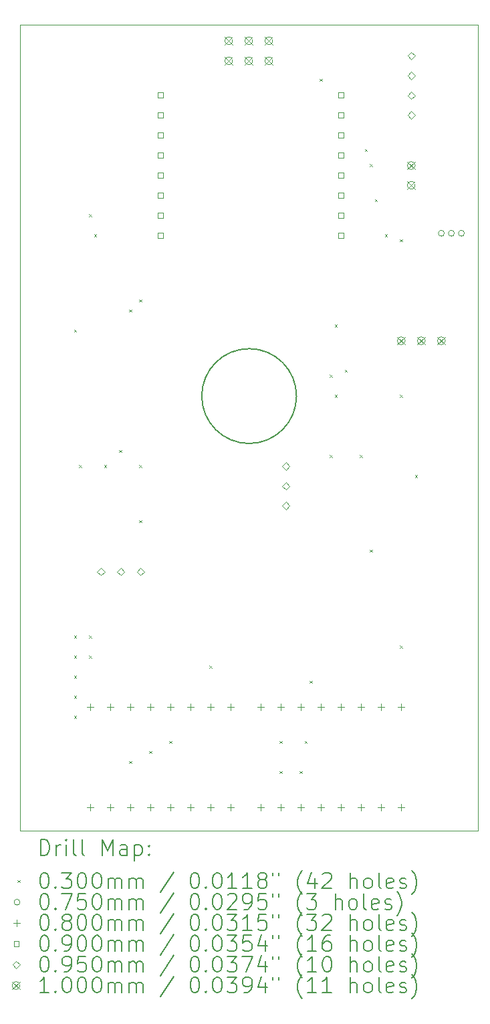
<source format=gbr>
%TF.GenerationSoftware,KiCad,Pcbnew,8.0.7*%
%TF.CreationDate,2025-01-15T19:07:27+01:00*%
%TF.ProjectId,ptz_board,70747a5f-626f-4617-9264-2e6b69636164,rev?*%
%TF.SameCoordinates,Original*%
%TF.FileFunction,Drillmap*%
%TF.FilePolarity,Positive*%
%FSLAX45Y45*%
G04 Gerber Fmt 4.5, Leading zero omitted, Abs format (unit mm)*
G04 Created by KiCad (PCBNEW 8.0.7) date 2025-01-15 19:07:27*
%MOMM*%
%LPD*%
G01*
G04 APERTURE LIST*
%ADD10C,0.050000*%
%ADD11C,0.200000*%
%ADD12C,0.100000*%
G04 APERTURE END LIST*
D10*
X5080000Y-5080000D02*
X10880000Y-5080000D01*
X10880000Y-15280000D01*
X5080000Y-15280000D01*
X5080000Y-5080000D01*
D11*
X8580000Y-9780000D02*
G75*
G02*
X7380000Y-9780000I-600000J0D01*
G01*
X7380000Y-9780000D02*
G75*
G02*
X8580000Y-9780000I600000J0D01*
G01*
D12*
X5763500Y-8938500D02*
X5793500Y-8968500D01*
X5793500Y-8938500D02*
X5763500Y-8968500D01*
X5763500Y-12812000D02*
X5793500Y-12842000D01*
X5793500Y-12812000D02*
X5763500Y-12842000D01*
X5763500Y-13066000D02*
X5793500Y-13096000D01*
X5793500Y-13066000D02*
X5763500Y-13096000D01*
X5763500Y-13320000D02*
X5793500Y-13350000D01*
X5793500Y-13320000D02*
X5763500Y-13350000D01*
X5763500Y-13574000D02*
X5793500Y-13604000D01*
X5793500Y-13574000D02*
X5763500Y-13604000D01*
X5763500Y-13828000D02*
X5793500Y-13858000D01*
X5793500Y-13828000D02*
X5763500Y-13858000D01*
X5827000Y-10653000D02*
X5857000Y-10683000D01*
X5857000Y-10653000D02*
X5827000Y-10683000D01*
X5954000Y-7478000D02*
X5984000Y-7508000D01*
X5984000Y-7478000D02*
X5954000Y-7508000D01*
X5954000Y-12812000D02*
X5984000Y-12842000D01*
X5984000Y-12812000D02*
X5954000Y-12842000D01*
X5954000Y-13066000D02*
X5984000Y-13096000D01*
X5984000Y-13066000D02*
X5954000Y-13096000D01*
X6017500Y-7732000D02*
X6047500Y-7762000D01*
X6047500Y-7732000D02*
X6017500Y-7762000D01*
X6144500Y-10653000D02*
X6174500Y-10683000D01*
X6174500Y-10653000D02*
X6144500Y-10683000D01*
X6335000Y-10462500D02*
X6365000Y-10492500D01*
X6365000Y-10462500D02*
X6335000Y-10492500D01*
X6462000Y-8684500D02*
X6492000Y-8714500D01*
X6492000Y-8684500D02*
X6462000Y-8714500D01*
X6462000Y-14399500D02*
X6492000Y-14429500D01*
X6492000Y-14399500D02*
X6462000Y-14429500D01*
X6589000Y-8557500D02*
X6619000Y-8587500D01*
X6619000Y-8557500D02*
X6589000Y-8587500D01*
X6589000Y-10653000D02*
X6619000Y-10683000D01*
X6619000Y-10653000D02*
X6589000Y-10683000D01*
X6589000Y-11351500D02*
X6619000Y-11381500D01*
X6619000Y-11351500D02*
X6589000Y-11381500D01*
X6716000Y-14272500D02*
X6746000Y-14302500D01*
X6746000Y-14272500D02*
X6716000Y-14302500D01*
X6970000Y-14145500D02*
X7000000Y-14175500D01*
X7000000Y-14145500D02*
X6970000Y-14175500D01*
X7478000Y-13193000D02*
X7508000Y-13223000D01*
X7508000Y-13193000D02*
X7478000Y-13223000D01*
X8367000Y-14145500D02*
X8397000Y-14175500D01*
X8397000Y-14145500D02*
X8367000Y-14175500D01*
X8367000Y-14526500D02*
X8397000Y-14556500D01*
X8397000Y-14526500D02*
X8367000Y-14556500D01*
X8621000Y-14526500D02*
X8651000Y-14556500D01*
X8651000Y-14526500D02*
X8621000Y-14556500D01*
X8684500Y-14145500D02*
X8714500Y-14175500D01*
X8714500Y-14145500D02*
X8684500Y-14175500D01*
X8748000Y-13383500D02*
X8778000Y-13413500D01*
X8778000Y-13383500D02*
X8748000Y-13413500D01*
X8875000Y-5763500D02*
X8905000Y-5793500D01*
X8905000Y-5763500D02*
X8875000Y-5793500D01*
X9002000Y-9510000D02*
X9032000Y-9540000D01*
X9032000Y-9510000D02*
X9002000Y-9540000D01*
X9002000Y-10526000D02*
X9032000Y-10556000D01*
X9032000Y-10526000D02*
X9002000Y-10556000D01*
X9065500Y-8875000D02*
X9095500Y-8905000D01*
X9095500Y-8875000D02*
X9065500Y-8905000D01*
X9065500Y-9764000D02*
X9095500Y-9794000D01*
X9095500Y-9764000D02*
X9065500Y-9794000D01*
X9192500Y-9446500D02*
X9222500Y-9476500D01*
X9222500Y-9446500D02*
X9192500Y-9476500D01*
X9383000Y-10526000D02*
X9413000Y-10556000D01*
X9413000Y-10526000D02*
X9383000Y-10556000D01*
X9446500Y-6652500D02*
X9476500Y-6682500D01*
X9476500Y-6652500D02*
X9446500Y-6682500D01*
X9510000Y-6843000D02*
X9540000Y-6873000D01*
X9540000Y-6843000D02*
X9510000Y-6873000D01*
X9510000Y-11723000D02*
X9540000Y-11753000D01*
X9540000Y-11723000D02*
X9510000Y-11753000D01*
X9573500Y-7287500D02*
X9603500Y-7317500D01*
X9603500Y-7287500D02*
X9573500Y-7317500D01*
X9700500Y-7732000D02*
X9730500Y-7762000D01*
X9730500Y-7732000D02*
X9700500Y-7762000D01*
X9891000Y-7795500D02*
X9921000Y-7825500D01*
X9921000Y-7795500D02*
X9891000Y-7825500D01*
X9891000Y-9764000D02*
X9921000Y-9794000D01*
X9921000Y-9764000D02*
X9891000Y-9794000D01*
X9891000Y-12939000D02*
X9921000Y-12969000D01*
X9921000Y-12939000D02*
X9891000Y-12969000D01*
X10081500Y-10780000D02*
X10111500Y-10810000D01*
X10111500Y-10780000D02*
X10081500Y-10810000D01*
X10451500Y-7719500D02*
G75*
G02*
X10376500Y-7719500I-37500J0D01*
G01*
X10376500Y-7719500D02*
G75*
G02*
X10451500Y-7719500I37500J0D01*
G01*
X10578500Y-7719500D02*
G75*
G02*
X10503500Y-7719500I-37500J0D01*
G01*
X10503500Y-7719500D02*
G75*
G02*
X10578500Y-7719500I37500J0D01*
G01*
X10705500Y-7719500D02*
G75*
G02*
X10630500Y-7719500I-37500J0D01*
G01*
X10630500Y-7719500D02*
G75*
G02*
X10705500Y-7719500I37500J0D01*
G01*
X5969000Y-13676000D02*
X5969000Y-13756000D01*
X5929000Y-13716000D02*
X6009000Y-13716000D01*
X5969000Y-14946000D02*
X5969000Y-15026000D01*
X5929000Y-14986000D02*
X6009000Y-14986000D01*
X6223000Y-13676000D02*
X6223000Y-13756000D01*
X6183000Y-13716000D02*
X6263000Y-13716000D01*
X6223000Y-14946000D02*
X6223000Y-15026000D01*
X6183000Y-14986000D02*
X6263000Y-14986000D01*
X6477000Y-13676000D02*
X6477000Y-13756000D01*
X6437000Y-13716000D02*
X6517000Y-13716000D01*
X6477000Y-14946000D02*
X6477000Y-15026000D01*
X6437000Y-14986000D02*
X6517000Y-14986000D01*
X6731000Y-13676000D02*
X6731000Y-13756000D01*
X6691000Y-13716000D02*
X6771000Y-13716000D01*
X6731000Y-14946000D02*
X6731000Y-15026000D01*
X6691000Y-14986000D02*
X6771000Y-14986000D01*
X6985000Y-13676000D02*
X6985000Y-13756000D01*
X6945000Y-13716000D02*
X7025000Y-13716000D01*
X6985000Y-14946000D02*
X6985000Y-15026000D01*
X6945000Y-14986000D02*
X7025000Y-14986000D01*
X7239000Y-13676000D02*
X7239000Y-13756000D01*
X7199000Y-13716000D02*
X7279000Y-13716000D01*
X7239000Y-14946000D02*
X7239000Y-15026000D01*
X7199000Y-14986000D02*
X7279000Y-14986000D01*
X7493000Y-13676000D02*
X7493000Y-13756000D01*
X7453000Y-13716000D02*
X7533000Y-13716000D01*
X7493000Y-14946000D02*
X7493000Y-15026000D01*
X7453000Y-14986000D02*
X7533000Y-14986000D01*
X7747000Y-13676000D02*
X7747000Y-13756000D01*
X7707000Y-13716000D02*
X7787000Y-13716000D01*
X7747000Y-14946000D02*
X7747000Y-15026000D01*
X7707000Y-14986000D02*
X7787000Y-14986000D01*
X8128000Y-13676000D02*
X8128000Y-13756000D01*
X8088000Y-13716000D02*
X8168000Y-13716000D01*
X8128000Y-14946000D02*
X8128000Y-15026000D01*
X8088000Y-14986000D02*
X8168000Y-14986000D01*
X8382000Y-13676000D02*
X8382000Y-13756000D01*
X8342000Y-13716000D02*
X8422000Y-13716000D01*
X8382000Y-14946000D02*
X8382000Y-15026000D01*
X8342000Y-14986000D02*
X8422000Y-14986000D01*
X8636000Y-13676000D02*
X8636000Y-13756000D01*
X8596000Y-13716000D02*
X8676000Y-13716000D01*
X8636000Y-14946000D02*
X8636000Y-15026000D01*
X8596000Y-14986000D02*
X8676000Y-14986000D01*
X8890000Y-13676000D02*
X8890000Y-13756000D01*
X8850000Y-13716000D02*
X8930000Y-13716000D01*
X8890000Y-14946000D02*
X8890000Y-15026000D01*
X8850000Y-14986000D02*
X8930000Y-14986000D01*
X9144000Y-13676000D02*
X9144000Y-13756000D01*
X9104000Y-13716000D02*
X9184000Y-13716000D01*
X9144000Y-14946000D02*
X9144000Y-15026000D01*
X9104000Y-14986000D02*
X9184000Y-14986000D01*
X9398000Y-13676000D02*
X9398000Y-13756000D01*
X9358000Y-13716000D02*
X9438000Y-13716000D01*
X9398000Y-14946000D02*
X9398000Y-15026000D01*
X9358000Y-14986000D02*
X9438000Y-14986000D01*
X9652000Y-13676000D02*
X9652000Y-13756000D01*
X9612000Y-13716000D02*
X9692000Y-13716000D01*
X9652000Y-14946000D02*
X9652000Y-15026000D01*
X9612000Y-14986000D02*
X9692000Y-14986000D01*
X9906000Y-13676000D02*
X9906000Y-13756000D01*
X9866000Y-13716000D02*
X9946000Y-13716000D01*
X9906000Y-14946000D02*
X9906000Y-15026000D01*
X9866000Y-14986000D02*
X9946000Y-14986000D01*
X6889820Y-6000820D02*
X6889820Y-5937180D01*
X6826180Y-5937180D01*
X6826180Y-6000820D01*
X6889820Y-6000820D01*
X6889820Y-6254820D02*
X6889820Y-6191180D01*
X6826180Y-6191180D01*
X6826180Y-6254820D01*
X6889820Y-6254820D01*
X6889820Y-6508820D02*
X6889820Y-6445180D01*
X6826180Y-6445180D01*
X6826180Y-6508820D01*
X6889820Y-6508820D01*
X6889820Y-6762820D02*
X6889820Y-6699180D01*
X6826180Y-6699180D01*
X6826180Y-6762820D01*
X6889820Y-6762820D01*
X6889820Y-7016820D02*
X6889820Y-6953180D01*
X6826180Y-6953180D01*
X6826180Y-7016820D01*
X6889820Y-7016820D01*
X6889820Y-7270820D02*
X6889820Y-7207180D01*
X6826180Y-7207180D01*
X6826180Y-7270820D01*
X6889820Y-7270820D01*
X6889820Y-7524820D02*
X6889820Y-7461180D01*
X6826180Y-7461180D01*
X6826180Y-7524820D01*
X6889820Y-7524820D01*
X6889820Y-7778820D02*
X6889820Y-7715180D01*
X6826180Y-7715180D01*
X6826180Y-7778820D01*
X6889820Y-7778820D01*
X9175820Y-6000820D02*
X9175820Y-5937180D01*
X9112180Y-5937180D01*
X9112180Y-6000820D01*
X9175820Y-6000820D01*
X9175820Y-6254820D02*
X9175820Y-6191180D01*
X9112180Y-6191180D01*
X9112180Y-6254820D01*
X9175820Y-6254820D01*
X9175820Y-6508820D02*
X9175820Y-6445180D01*
X9112180Y-6445180D01*
X9112180Y-6508820D01*
X9175820Y-6508820D01*
X9175820Y-6762820D02*
X9175820Y-6699180D01*
X9112180Y-6699180D01*
X9112180Y-6762820D01*
X9175820Y-6762820D01*
X9175820Y-7016820D02*
X9175820Y-6953180D01*
X9112180Y-6953180D01*
X9112180Y-7016820D01*
X9175820Y-7016820D01*
X9175820Y-7270820D02*
X9175820Y-7207180D01*
X9112180Y-7207180D01*
X9112180Y-7270820D01*
X9175820Y-7270820D01*
X9175820Y-7524820D02*
X9175820Y-7461180D01*
X9112180Y-7461180D01*
X9112180Y-7524820D01*
X9175820Y-7524820D01*
X9175820Y-7778820D02*
X9175820Y-7715180D01*
X9112180Y-7715180D01*
X9112180Y-7778820D01*
X9175820Y-7778820D01*
X6104000Y-12049000D02*
X6151500Y-12001500D01*
X6104000Y-11954000D01*
X6056500Y-12001500D01*
X6104000Y-12049000D01*
X6354000Y-12049000D02*
X6401500Y-12001500D01*
X6354000Y-11954000D01*
X6306500Y-12001500D01*
X6354000Y-12049000D01*
X6604000Y-12049000D02*
X6651500Y-12001500D01*
X6604000Y-11954000D01*
X6556500Y-12001500D01*
X6604000Y-12049000D01*
X8445500Y-10715500D02*
X8493000Y-10668000D01*
X8445500Y-10620500D01*
X8398000Y-10668000D01*
X8445500Y-10715500D01*
X8445500Y-10965500D02*
X8493000Y-10918000D01*
X8445500Y-10870500D01*
X8398000Y-10918000D01*
X8445500Y-10965500D01*
X8445500Y-11215500D02*
X8493000Y-11168000D01*
X8445500Y-11120500D01*
X8398000Y-11168000D01*
X8445500Y-11215500D01*
X10033000Y-5520500D02*
X10080500Y-5473000D01*
X10033000Y-5425500D01*
X9985500Y-5473000D01*
X10033000Y-5520500D01*
X10033000Y-5770500D02*
X10080500Y-5723000D01*
X10033000Y-5675500D01*
X9985500Y-5723000D01*
X10033000Y-5770500D01*
X10033000Y-6020500D02*
X10080500Y-5973000D01*
X10033000Y-5925500D01*
X9985500Y-5973000D01*
X10033000Y-6020500D01*
X10033000Y-6270500D02*
X10080500Y-6223000D01*
X10033000Y-6175500D01*
X9985500Y-6223000D01*
X10033000Y-6270500D01*
X7671600Y-5233200D02*
X7771600Y-5333200D01*
X7771600Y-5233200D02*
X7671600Y-5333200D01*
X7771600Y-5283200D02*
G75*
G02*
X7671600Y-5283200I-50000J0D01*
G01*
X7671600Y-5283200D02*
G75*
G02*
X7771600Y-5283200I50000J0D01*
G01*
X7671600Y-5487200D02*
X7771600Y-5587200D01*
X7771600Y-5487200D02*
X7671600Y-5587200D01*
X7771600Y-5537200D02*
G75*
G02*
X7671600Y-5537200I-50000J0D01*
G01*
X7671600Y-5537200D02*
G75*
G02*
X7771600Y-5537200I50000J0D01*
G01*
X7925600Y-5233200D02*
X8025600Y-5333200D01*
X8025600Y-5233200D02*
X7925600Y-5333200D01*
X8025600Y-5283200D02*
G75*
G02*
X7925600Y-5283200I-50000J0D01*
G01*
X7925600Y-5283200D02*
G75*
G02*
X8025600Y-5283200I50000J0D01*
G01*
X7925600Y-5487200D02*
X8025600Y-5587200D01*
X8025600Y-5487200D02*
X7925600Y-5587200D01*
X8025600Y-5537200D02*
G75*
G02*
X7925600Y-5537200I-50000J0D01*
G01*
X7925600Y-5537200D02*
G75*
G02*
X8025600Y-5537200I50000J0D01*
G01*
X8179600Y-5233200D02*
X8279600Y-5333200D01*
X8279600Y-5233200D02*
X8179600Y-5333200D01*
X8279600Y-5283200D02*
G75*
G02*
X8179600Y-5283200I-50000J0D01*
G01*
X8179600Y-5283200D02*
G75*
G02*
X8279600Y-5283200I50000J0D01*
G01*
X8179600Y-5487200D02*
X8279600Y-5587200D01*
X8279600Y-5487200D02*
X8179600Y-5587200D01*
X8279600Y-5537200D02*
G75*
G02*
X8179600Y-5537200I-50000J0D01*
G01*
X8179600Y-5537200D02*
G75*
G02*
X8279600Y-5537200I50000J0D01*
G01*
X9856000Y-9030500D02*
X9956000Y-9130500D01*
X9956000Y-9030500D02*
X9856000Y-9130500D01*
X9956000Y-9080500D02*
G75*
G02*
X9856000Y-9080500I-50000J0D01*
G01*
X9856000Y-9080500D02*
G75*
G02*
X9956000Y-9080500I50000J0D01*
G01*
X9983000Y-6812000D02*
X10083000Y-6912000D01*
X10083000Y-6812000D02*
X9983000Y-6912000D01*
X10083000Y-6862000D02*
G75*
G02*
X9983000Y-6862000I-50000J0D01*
G01*
X9983000Y-6862000D02*
G75*
G02*
X10083000Y-6862000I50000J0D01*
G01*
X9983000Y-7062000D02*
X10083000Y-7162000D01*
X10083000Y-7062000D02*
X9983000Y-7162000D01*
X10083000Y-7112000D02*
G75*
G02*
X9983000Y-7112000I-50000J0D01*
G01*
X9983000Y-7112000D02*
G75*
G02*
X10083000Y-7112000I50000J0D01*
G01*
X10110000Y-9030500D02*
X10210000Y-9130500D01*
X10210000Y-9030500D02*
X10110000Y-9130500D01*
X10210000Y-9080500D02*
G75*
G02*
X10110000Y-9080500I-50000J0D01*
G01*
X10110000Y-9080500D02*
G75*
G02*
X10210000Y-9080500I50000J0D01*
G01*
X10364000Y-9030500D02*
X10464000Y-9130500D01*
X10464000Y-9030500D02*
X10364000Y-9130500D01*
X10464000Y-9080500D02*
G75*
G02*
X10364000Y-9080500I-50000J0D01*
G01*
X10364000Y-9080500D02*
G75*
G02*
X10464000Y-9080500I50000J0D01*
G01*
D11*
X5338277Y-15593984D02*
X5338277Y-15393984D01*
X5338277Y-15393984D02*
X5385896Y-15393984D01*
X5385896Y-15393984D02*
X5414467Y-15403508D01*
X5414467Y-15403508D02*
X5433515Y-15422555D01*
X5433515Y-15422555D02*
X5443039Y-15441603D01*
X5443039Y-15441603D02*
X5452563Y-15479698D01*
X5452563Y-15479698D02*
X5452563Y-15508269D01*
X5452563Y-15508269D02*
X5443039Y-15546365D01*
X5443039Y-15546365D02*
X5433515Y-15565412D01*
X5433515Y-15565412D02*
X5414467Y-15584460D01*
X5414467Y-15584460D02*
X5385896Y-15593984D01*
X5385896Y-15593984D02*
X5338277Y-15593984D01*
X5538277Y-15593984D02*
X5538277Y-15460650D01*
X5538277Y-15498746D02*
X5547801Y-15479698D01*
X5547801Y-15479698D02*
X5557324Y-15470174D01*
X5557324Y-15470174D02*
X5576372Y-15460650D01*
X5576372Y-15460650D02*
X5595420Y-15460650D01*
X5662086Y-15593984D02*
X5662086Y-15460650D01*
X5662086Y-15393984D02*
X5652562Y-15403508D01*
X5652562Y-15403508D02*
X5662086Y-15413031D01*
X5662086Y-15413031D02*
X5671610Y-15403508D01*
X5671610Y-15403508D02*
X5662086Y-15393984D01*
X5662086Y-15393984D02*
X5662086Y-15413031D01*
X5785896Y-15593984D02*
X5766848Y-15584460D01*
X5766848Y-15584460D02*
X5757324Y-15565412D01*
X5757324Y-15565412D02*
X5757324Y-15393984D01*
X5890658Y-15593984D02*
X5871610Y-15584460D01*
X5871610Y-15584460D02*
X5862086Y-15565412D01*
X5862086Y-15565412D02*
X5862086Y-15393984D01*
X6119229Y-15593984D02*
X6119229Y-15393984D01*
X6119229Y-15393984D02*
X6185896Y-15536841D01*
X6185896Y-15536841D02*
X6252562Y-15393984D01*
X6252562Y-15393984D02*
X6252562Y-15593984D01*
X6433515Y-15593984D02*
X6433515Y-15489222D01*
X6433515Y-15489222D02*
X6423991Y-15470174D01*
X6423991Y-15470174D02*
X6404943Y-15460650D01*
X6404943Y-15460650D02*
X6366848Y-15460650D01*
X6366848Y-15460650D02*
X6347801Y-15470174D01*
X6433515Y-15584460D02*
X6414467Y-15593984D01*
X6414467Y-15593984D02*
X6366848Y-15593984D01*
X6366848Y-15593984D02*
X6347801Y-15584460D01*
X6347801Y-15584460D02*
X6338277Y-15565412D01*
X6338277Y-15565412D02*
X6338277Y-15546365D01*
X6338277Y-15546365D02*
X6347801Y-15527317D01*
X6347801Y-15527317D02*
X6366848Y-15517793D01*
X6366848Y-15517793D02*
X6414467Y-15517793D01*
X6414467Y-15517793D02*
X6433515Y-15508269D01*
X6528753Y-15460650D02*
X6528753Y-15660650D01*
X6528753Y-15470174D02*
X6547801Y-15460650D01*
X6547801Y-15460650D02*
X6585896Y-15460650D01*
X6585896Y-15460650D02*
X6604943Y-15470174D01*
X6604943Y-15470174D02*
X6614467Y-15479698D01*
X6614467Y-15479698D02*
X6623991Y-15498746D01*
X6623991Y-15498746D02*
X6623991Y-15555888D01*
X6623991Y-15555888D02*
X6614467Y-15574936D01*
X6614467Y-15574936D02*
X6604943Y-15584460D01*
X6604943Y-15584460D02*
X6585896Y-15593984D01*
X6585896Y-15593984D02*
X6547801Y-15593984D01*
X6547801Y-15593984D02*
X6528753Y-15584460D01*
X6709705Y-15574936D02*
X6719229Y-15584460D01*
X6719229Y-15584460D02*
X6709705Y-15593984D01*
X6709705Y-15593984D02*
X6700182Y-15584460D01*
X6700182Y-15584460D02*
X6709705Y-15574936D01*
X6709705Y-15574936D02*
X6709705Y-15593984D01*
X6709705Y-15470174D02*
X6719229Y-15479698D01*
X6719229Y-15479698D02*
X6709705Y-15489222D01*
X6709705Y-15489222D02*
X6700182Y-15479698D01*
X6700182Y-15479698D02*
X6709705Y-15470174D01*
X6709705Y-15470174D02*
X6709705Y-15489222D01*
D12*
X5047500Y-15907500D02*
X5077500Y-15937500D01*
X5077500Y-15907500D02*
X5047500Y-15937500D01*
D11*
X5376372Y-15813984D02*
X5395420Y-15813984D01*
X5395420Y-15813984D02*
X5414467Y-15823508D01*
X5414467Y-15823508D02*
X5423991Y-15833031D01*
X5423991Y-15833031D02*
X5433515Y-15852079D01*
X5433515Y-15852079D02*
X5443039Y-15890174D01*
X5443039Y-15890174D02*
X5443039Y-15937793D01*
X5443039Y-15937793D02*
X5433515Y-15975888D01*
X5433515Y-15975888D02*
X5423991Y-15994936D01*
X5423991Y-15994936D02*
X5414467Y-16004460D01*
X5414467Y-16004460D02*
X5395420Y-16013984D01*
X5395420Y-16013984D02*
X5376372Y-16013984D01*
X5376372Y-16013984D02*
X5357324Y-16004460D01*
X5357324Y-16004460D02*
X5347801Y-15994936D01*
X5347801Y-15994936D02*
X5338277Y-15975888D01*
X5338277Y-15975888D02*
X5328753Y-15937793D01*
X5328753Y-15937793D02*
X5328753Y-15890174D01*
X5328753Y-15890174D02*
X5338277Y-15852079D01*
X5338277Y-15852079D02*
X5347801Y-15833031D01*
X5347801Y-15833031D02*
X5357324Y-15823508D01*
X5357324Y-15823508D02*
X5376372Y-15813984D01*
X5528753Y-15994936D02*
X5538277Y-16004460D01*
X5538277Y-16004460D02*
X5528753Y-16013984D01*
X5528753Y-16013984D02*
X5519229Y-16004460D01*
X5519229Y-16004460D02*
X5528753Y-15994936D01*
X5528753Y-15994936D02*
X5528753Y-16013984D01*
X5604943Y-15813984D02*
X5728753Y-15813984D01*
X5728753Y-15813984D02*
X5662086Y-15890174D01*
X5662086Y-15890174D02*
X5690658Y-15890174D01*
X5690658Y-15890174D02*
X5709705Y-15899698D01*
X5709705Y-15899698D02*
X5719229Y-15909222D01*
X5719229Y-15909222D02*
X5728753Y-15928269D01*
X5728753Y-15928269D02*
X5728753Y-15975888D01*
X5728753Y-15975888D02*
X5719229Y-15994936D01*
X5719229Y-15994936D02*
X5709705Y-16004460D01*
X5709705Y-16004460D02*
X5690658Y-16013984D01*
X5690658Y-16013984D02*
X5633515Y-16013984D01*
X5633515Y-16013984D02*
X5614467Y-16004460D01*
X5614467Y-16004460D02*
X5604943Y-15994936D01*
X5852562Y-15813984D02*
X5871610Y-15813984D01*
X5871610Y-15813984D02*
X5890658Y-15823508D01*
X5890658Y-15823508D02*
X5900182Y-15833031D01*
X5900182Y-15833031D02*
X5909705Y-15852079D01*
X5909705Y-15852079D02*
X5919229Y-15890174D01*
X5919229Y-15890174D02*
X5919229Y-15937793D01*
X5919229Y-15937793D02*
X5909705Y-15975888D01*
X5909705Y-15975888D02*
X5900182Y-15994936D01*
X5900182Y-15994936D02*
X5890658Y-16004460D01*
X5890658Y-16004460D02*
X5871610Y-16013984D01*
X5871610Y-16013984D02*
X5852562Y-16013984D01*
X5852562Y-16013984D02*
X5833515Y-16004460D01*
X5833515Y-16004460D02*
X5823991Y-15994936D01*
X5823991Y-15994936D02*
X5814467Y-15975888D01*
X5814467Y-15975888D02*
X5804943Y-15937793D01*
X5804943Y-15937793D02*
X5804943Y-15890174D01*
X5804943Y-15890174D02*
X5814467Y-15852079D01*
X5814467Y-15852079D02*
X5823991Y-15833031D01*
X5823991Y-15833031D02*
X5833515Y-15823508D01*
X5833515Y-15823508D02*
X5852562Y-15813984D01*
X6043039Y-15813984D02*
X6062086Y-15813984D01*
X6062086Y-15813984D02*
X6081134Y-15823508D01*
X6081134Y-15823508D02*
X6090658Y-15833031D01*
X6090658Y-15833031D02*
X6100182Y-15852079D01*
X6100182Y-15852079D02*
X6109705Y-15890174D01*
X6109705Y-15890174D02*
X6109705Y-15937793D01*
X6109705Y-15937793D02*
X6100182Y-15975888D01*
X6100182Y-15975888D02*
X6090658Y-15994936D01*
X6090658Y-15994936D02*
X6081134Y-16004460D01*
X6081134Y-16004460D02*
X6062086Y-16013984D01*
X6062086Y-16013984D02*
X6043039Y-16013984D01*
X6043039Y-16013984D02*
X6023991Y-16004460D01*
X6023991Y-16004460D02*
X6014467Y-15994936D01*
X6014467Y-15994936D02*
X6004943Y-15975888D01*
X6004943Y-15975888D02*
X5995420Y-15937793D01*
X5995420Y-15937793D02*
X5995420Y-15890174D01*
X5995420Y-15890174D02*
X6004943Y-15852079D01*
X6004943Y-15852079D02*
X6014467Y-15833031D01*
X6014467Y-15833031D02*
X6023991Y-15823508D01*
X6023991Y-15823508D02*
X6043039Y-15813984D01*
X6195420Y-16013984D02*
X6195420Y-15880650D01*
X6195420Y-15899698D02*
X6204943Y-15890174D01*
X6204943Y-15890174D02*
X6223991Y-15880650D01*
X6223991Y-15880650D02*
X6252563Y-15880650D01*
X6252563Y-15880650D02*
X6271610Y-15890174D01*
X6271610Y-15890174D02*
X6281134Y-15909222D01*
X6281134Y-15909222D02*
X6281134Y-16013984D01*
X6281134Y-15909222D02*
X6290658Y-15890174D01*
X6290658Y-15890174D02*
X6309705Y-15880650D01*
X6309705Y-15880650D02*
X6338277Y-15880650D01*
X6338277Y-15880650D02*
X6357324Y-15890174D01*
X6357324Y-15890174D02*
X6366848Y-15909222D01*
X6366848Y-15909222D02*
X6366848Y-16013984D01*
X6462086Y-16013984D02*
X6462086Y-15880650D01*
X6462086Y-15899698D02*
X6471610Y-15890174D01*
X6471610Y-15890174D02*
X6490658Y-15880650D01*
X6490658Y-15880650D02*
X6519229Y-15880650D01*
X6519229Y-15880650D02*
X6538277Y-15890174D01*
X6538277Y-15890174D02*
X6547801Y-15909222D01*
X6547801Y-15909222D02*
X6547801Y-16013984D01*
X6547801Y-15909222D02*
X6557324Y-15890174D01*
X6557324Y-15890174D02*
X6576372Y-15880650D01*
X6576372Y-15880650D02*
X6604943Y-15880650D01*
X6604943Y-15880650D02*
X6623991Y-15890174D01*
X6623991Y-15890174D02*
X6633515Y-15909222D01*
X6633515Y-15909222D02*
X6633515Y-16013984D01*
X7023991Y-15804460D02*
X6852563Y-16061603D01*
X7281134Y-15813984D02*
X7300182Y-15813984D01*
X7300182Y-15813984D02*
X7319229Y-15823508D01*
X7319229Y-15823508D02*
X7328753Y-15833031D01*
X7328753Y-15833031D02*
X7338277Y-15852079D01*
X7338277Y-15852079D02*
X7347801Y-15890174D01*
X7347801Y-15890174D02*
X7347801Y-15937793D01*
X7347801Y-15937793D02*
X7338277Y-15975888D01*
X7338277Y-15975888D02*
X7328753Y-15994936D01*
X7328753Y-15994936D02*
X7319229Y-16004460D01*
X7319229Y-16004460D02*
X7300182Y-16013984D01*
X7300182Y-16013984D02*
X7281134Y-16013984D01*
X7281134Y-16013984D02*
X7262086Y-16004460D01*
X7262086Y-16004460D02*
X7252563Y-15994936D01*
X7252563Y-15994936D02*
X7243039Y-15975888D01*
X7243039Y-15975888D02*
X7233515Y-15937793D01*
X7233515Y-15937793D02*
X7233515Y-15890174D01*
X7233515Y-15890174D02*
X7243039Y-15852079D01*
X7243039Y-15852079D02*
X7252563Y-15833031D01*
X7252563Y-15833031D02*
X7262086Y-15823508D01*
X7262086Y-15823508D02*
X7281134Y-15813984D01*
X7433515Y-15994936D02*
X7443039Y-16004460D01*
X7443039Y-16004460D02*
X7433515Y-16013984D01*
X7433515Y-16013984D02*
X7423991Y-16004460D01*
X7423991Y-16004460D02*
X7433515Y-15994936D01*
X7433515Y-15994936D02*
X7433515Y-16013984D01*
X7566848Y-15813984D02*
X7585896Y-15813984D01*
X7585896Y-15813984D02*
X7604944Y-15823508D01*
X7604944Y-15823508D02*
X7614467Y-15833031D01*
X7614467Y-15833031D02*
X7623991Y-15852079D01*
X7623991Y-15852079D02*
X7633515Y-15890174D01*
X7633515Y-15890174D02*
X7633515Y-15937793D01*
X7633515Y-15937793D02*
X7623991Y-15975888D01*
X7623991Y-15975888D02*
X7614467Y-15994936D01*
X7614467Y-15994936D02*
X7604944Y-16004460D01*
X7604944Y-16004460D02*
X7585896Y-16013984D01*
X7585896Y-16013984D02*
X7566848Y-16013984D01*
X7566848Y-16013984D02*
X7547801Y-16004460D01*
X7547801Y-16004460D02*
X7538277Y-15994936D01*
X7538277Y-15994936D02*
X7528753Y-15975888D01*
X7528753Y-15975888D02*
X7519229Y-15937793D01*
X7519229Y-15937793D02*
X7519229Y-15890174D01*
X7519229Y-15890174D02*
X7528753Y-15852079D01*
X7528753Y-15852079D02*
X7538277Y-15833031D01*
X7538277Y-15833031D02*
X7547801Y-15823508D01*
X7547801Y-15823508D02*
X7566848Y-15813984D01*
X7823991Y-16013984D02*
X7709706Y-16013984D01*
X7766848Y-16013984D02*
X7766848Y-15813984D01*
X7766848Y-15813984D02*
X7747801Y-15842555D01*
X7747801Y-15842555D02*
X7728753Y-15861603D01*
X7728753Y-15861603D02*
X7709706Y-15871127D01*
X8014467Y-16013984D02*
X7900182Y-16013984D01*
X7957325Y-16013984D02*
X7957325Y-15813984D01*
X7957325Y-15813984D02*
X7938277Y-15842555D01*
X7938277Y-15842555D02*
X7919229Y-15861603D01*
X7919229Y-15861603D02*
X7900182Y-15871127D01*
X8128753Y-15899698D02*
X8109706Y-15890174D01*
X8109706Y-15890174D02*
X8100182Y-15880650D01*
X8100182Y-15880650D02*
X8090658Y-15861603D01*
X8090658Y-15861603D02*
X8090658Y-15852079D01*
X8090658Y-15852079D02*
X8100182Y-15833031D01*
X8100182Y-15833031D02*
X8109706Y-15823508D01*
X8109706Y-15823508D02*
X8128753Y-15813984D01*
X8128753Y-15813984D02*
X8166848Y-15813984D01*
X8166848Y-15813984D02*
X8185896Y-15823508D01*
X8185896Y-15823508D02*
X8195420Y-15833031D01*
X8195420Y-15833031D02*
X8204944Y-15852079D01*
X8204944Y-15852079D02*
X8204944Y-15861603D01*
X8204944Y-15861603D02*
X8195420Y-15880650D01*
X8195420Y-15880650D02*
X8185896Y-15890174D01*
X8185896Y-15890174D02*
X8166848Y-15899698D01*
X8166848Y-15899698D02*
X8128753Y-15899698D01*
X8128753Y-15899698D02*
X8109706Y-15909222D01*
X8109706Y-15909222D02*
X8100182Y-15918746D01*
X8100182Y-15918746D02*
X8090658Y-15937793D01*
X8090658Y-15937793D02*
X8090658Y-15975888D01*
X8090658Y-15975888D02*
X8100182Y-15994936D01*
X8100182Y-15994936D02*
X8109706Y-16004460D01*
X8109706Y-16004460D02*
X8128753Y-16013984D01*
X8128753Y-16013984D02*
X8166848Y-16013984D01*
X8166848Y-16013984D02*
X8185896Y-16004460D01*
X8185896Y-16004460D02*
X8195420Y-15994936D01*
X8195420Y-15994936D02*
X8204944Y-15975888D01*
X8204944Y-15975888D02*
X8204944Y-15937793D01*
X8204944Y-15937793D02*
X8195420Y-15918746D01*
X8195420Y-15918746D02*
X8185896Y-15909222D01*
X8185896Y-15909222D02*
X8166848Y-15899698D01*
X8281134Y-15813984D02*
X8281134Y-15852079D01*
X8357325Y-15813984D02*
X8357325Y-15852079D01*
X8652563Y-16090174D02*
X8643039Y-16080650D01*
X8643039Y-16080650D02*
X8623991Y-16052079D01*
X8623991Y-16052079D02*
X8614468Y-16033031D01*
X8614468Y-16033031D02*
X8604944Y-16004460D01*
X8604944Y-16004460D02*
X8595420Y-15956841D01*
X8595420Y-15956841D02*
X8595420Y-15918746D01*
X8595420Y-15918746D02*
X8604944Y-15871127D01*
X8604944Y-15871127D02*
X8614468Y-15842555D01*
X8614468Y-15842555D02*
X8623991Y-15823508D01*
X8623991Y-15823508D02*
X8643039Y-15794936D01*
X8643039Y-15794936D02*
X8652563Y-15785412D01*
X8814468Y-15880650D02*
X8814468Y-16013984D01*
X8766849Y-15804460D02*
X8719230Y-15947317D01*
X8719230Y-15947317D02*
X8843039Y-15947317D01*
X8909706Y-15833031D02*
X8919230Y-15823508D01*
X8919230Y-15823508D02*
X8938277Y-15813984D01*
X8938277Y-15813984D02*
X8985896Y-15813984D01*
X8985896Y-15813984D02*
X9004944Y-15823508D01*
X9004944Y-15823508D02*
X9014468Y-15833031D01*
X9014468Y-15833031D02*
X9023991Y-15852079D01*
X9023991Y-15852079D02*
X9023991Y-15871127D01*
X9023991Y-15871127D02*
X9014468Y-15899698D01*
X9014468Y-15899698D02*
X8900182Y-16013984D01*
X8900182Y-16013984D02*
X9023991Y-16013984D01*
X9262087Y-16013984D02*
X9262087Y-15813984D01*
X9347801Y-16013984D02*
X9347801Y-15909222D01*
X9347801Y-15909222D02*
X9338277Y-15890174D01*
X9338277Y-15890174D02*
X9319230Y-15880650D01*
X9319230Y-15880650D02*
X9290658Y-15880650D01*
X9290658Y-15880650D02*
X9271611Y-15890174D01*
X9271611Y-15890174D02*
X9262087Y-15899698D01*
X9471611Y-16013984D02*
X9452563Y-16004460D01*
X9452563Y-16004460D02*
X9443039Y-15994936D01*
X9443039Y-15994936D02*
X9433515Y-15975888D01*
X9433515Y-15975888D02*
X9433515Y-15918746D01*
X9433515Y-15918746D02*
X9443039Y-15899698D01*
X9443039Y-15899698D02*
X9452563Y-15890174D01*
X9452563Y-15890174D02*
X9471611Y-15880650D01*
X9471611Y-15880650D02*
X9500182Y-15880650D01*
X9500182Y-15880650D02*
X9519230Y-15890174D01*
X9519230Y-15890174D02*
X9528753Y-15899698D01*
X9528753Y-15899698D02*
X9538277Y-15918746D01*
X9538277Y-15918746D02*
X9538277Y-15975888D01*
X9538277Y-15975888D02*
X9528753Y-15994936D01*
X9528753Y-15994936D02*
X9519230Y-16004460D01*
X9519230Y-16004460D02*
X9500182Y-16013984D01*
X9500182Y-16013984D02*
X9471611Y-16013984D01*
X9652563Y-16013984D02*
X9633515Y-16004460D01*
X9633515Y-16004460D02*
X9623992Y-15985412D01*
X9623992Y-15985412D02*
X9623992Y-15813984D01*
X9804944Y-16004460D02*
X9785896Y-16013984D01*
X9785896Y-16013984D02*
X9747801Y-16013984D01*
X9747801Y-16013984D02*
X9728753Y-16004460D01*
X9728753Y-16004460D02*
X9719230Y-15985412D01*
X9719230Y-15985412D02*
X9719230Y-15909222D01*
X9719230Y-15909222D02*
X9728753Y-15890174D01*
X9728753Y-15890174D02*
X9747801Y-15880650D01*
X9747801Y-15880650D02*
X9785896Y-15880650D01*
X9785896Y-15880650D02*
X9804944Y-15890174D01*
X9804944Y-15890174D02*
X9814468Y-15909222D01*
X9814468Y-15909222D02*
X9814468Y-15928269D01*
X9814468Y-15928269D02*
X9719230Y-15947317D01*
X9890658Y-16004460D02*
X9909706Y-16013984D01*
X9909706Y-16013984D02*
X9947801Y-16013984D01*
X9947801Y-16013984D02*
X9966849Y-16004460D01*
X9966849Y-16004460D02*
X9976373Y-15985412D01*
X9976373Y-15985412D02*
X9976373Y-15975888D01*
X9976373Y-15975888D02*
X9966849Y-15956841D01*
X9966849Y-15956841D02*
X9947801Y-15947317D01*
X9947801Y-15947317D02*
X9919230Y-15947317D01*
X9919230Y-15947317D02*
X9900182Y-15937793D01*
X9900182Y-15937793D02*
X9890658Y-15918746D01*
X9890658Y-15918746D02*
X9890658Y-15909222D01*
X9890658Y-15909222D02*
X9900182Y-15890174D01*
X9900182Y-15890174D02*
X9919230Y-15880650D01*
X9919230Y-15880650D02*
X9947801Y-15880650D01*
X9947801Y-15880650D02*
X9966849Y-15890174D01*
X10043039Y-16090174D02*
X10052563Y-16080650D01*
X10052563Y-16080650D02*
X10071611Y-16052079D01*
X10071611Y-16052079D02*
X10081134Y-16033031D01*
X10081134Y-16033031D02*
X10090658Y-16004460D01*
X10090658Y-16004460D02*
X10100182Y-15956841D01*
X10100182Y-15956841D02*
X10100182Y-15918746D01*
X10100182Y-15918746D02*
X10090658Y-15871127D01*
X10090658Y-15871127D02*
X10081134Y-15842555D01*
X10081134Y-15842555D02*
X10071611Y-15823508D01*
X10071611Y-15823508D02*
X10052563Y-15794936D01*
X10052563Y-15794936D02*
X10043039Y-15785412D01*
D12*
X5077500Y-16186500D02*
G75*
G02*
X5002500Y-16186500I-37500J0D01*
G01*
X5002500Y-16186500D02*
G75*
G02*
X5077500Y-16186500I37500J0D01*
G01*
D11*
X5376372Y-16077984D02*
X5395420Y-16077984D01*
X5395420Y-16077984D02*
X5414467Y-16087508D01*
X5414467Y-16087508D02*
X5423991Y-16097031D01*
X5423991Y-16097031D02*
X5433515Y-16116079D01*
X5433515Y-16116079D02*
X5443039Y-16154174D01*
X5443039Y-16154174D02*
X5443039Y-16201793D01*
X5443039Y-16201793D02*
X5433515Y-16239888D01*
X5433515Y-16239888D02*
X5423991Y-16258936D01*
X5423991Y-16258936D02*
X5414467Y-16268460D01*
X5414467Y-16268460D02*
X5395420Y-16277984D01*
X5395420Y-16277984D02*
X5376372Y-16277984D01*
X5376372Y-16277984D02*
X5357324Y-16268460D01*
X5357324Y-16268460D02*
X5347801Y-16258936D01*
X5347801Y-16258936D02*
X5338277Y-16239888D01*
X5338277Y-16239888D02*
X5328753Y-16201793D01*
X5328753Y-16201793D02*
X5328753Y-16154174D01*
X5328753Y-16154174D02*
X5338277Y-16116079D01*
X5338277Y-16116079D02*
X5347801Y-16097031D01*
X5347801Y-16097031D02*
X5357324Y-16087508D01*
X5357324Y-16087508D02*
X5376372Y-16077984D01*
X5528753Y-16258936D02*
X5538277Y-16268460D01*
X5538277Y-16268460D02*
X5528753Y-16277984D01*
X5528753Y-16277984D02*
X5519229Y-16268460D01*
X5519229Y-16268460D02*
X5528753Y-16258936D01*
X5528753Y-16258936D02*
X5528753Y-16277984D01*
X5604943Y-16077984D02*
X5738277Y-16077984D01*
X5738277Y-16077984D02*
X5652562Y-16277984D01*
X5909705Y-16077984D02*
X5814467Y-16077984D01*
X5814467Y-16077984D02*
X5804943Y-16173222D01*
X5804943Y-16173222D02*
X5814467Y-16163698D01*
X5814467Y-16163698D02*
X5833515Y-16154174D01*
X5833515Y-16154174D02*
X5881134Y-16154174D01*
X5881134Y-16154174D02*
X5900182Y-16163698D01*
X5900182Y-16163698D02*
X5909705Y-16173222D01*
X5909705Y-16173222D02*
X5919229Y-16192269D01*
X5919229Y-16192269D02*
X5919229Y-16239888D01*
X5919229Y-16239888D02*
X5909705Y-16258936D01*
X5909705Y-16258936D02*
X5900182Y-16268460D01*
X5900182Y-16268460D02*
X5881134Y-16277984D01*
X5881134Y-16277984D02*
X5833515Y-16277984D01*
X5833515Y-16277984D02*
X5814467Y-16268460D01*
X5814467Y-16268460D02*
X5804943Y-16258936D01*
X6043039Y-16077984D02*
X6062086Y-16077984D01*
X6062086Y-16077984D02*
X6081134Y-16087508D01*
X6081134Y-16087508D02*
X6090658Y-16097031D01*
X6090658Y-16097031D02*
X6100182Y-16116079D01*
X6100182Y-16116079D02*
X6109705Y-16154174D01*
X6109705Y-16154174D02*
X6109705Y-16201793D01*
X6109705Y-16201793D02*
X6100182Y-16239888D01*
X6100182Y-16239888D02*
X6090658Y-16258936D01*
X6090658Y-16258936D02*
X6081134Y-16268460D01*
X6081134Y-16268460D02*
X6062086Y-16277984D01*
X6062086Y-16277984D02*
X6043039Y-16277984D01*
X6043039Y-16277984D02*
X6023991Y-16268460D01*
X6023991Y-16268460D02*
X6014467Y-16258936D01*
X6014467Y-16258936D02*
X6004943Y-16239888D01*
X6004943Y-16239888D02*
X5995420Y-16201793D01*
X5995420Y-16201793D02*
X5995420Y-16154174D01*
X5995420Y-16154174D02*
X6004943Y-16116079D01*
X6004943Y-16116079D02*
X6014467Y-16097031D01*
X6014467Y-16097031D02*
X6023991Y-16087508D01*
X6023991Y-16087508D02*
X6043039Y-16077984D01*
X6195420Y-16277984D02*
X6195420Y-16144650D01*
X6195420Y-16163698D02*
X6204943Y-16154174D01*
X6204943Y-16154174D02*
X6223991Y-16144650D01*
X6223991Y-16144650D02*
X6252563Y-16144650D01*
X6252563Y-16144650D02*
X6271610Y-16154174D01*
X6271610Y-16154174D02*
X6281134Y-16173222D01*
X6281134Y-16173222D02*
X6281134Y-16277984D01*
X6281134Y-16173222D02*
X6290658Y-16154174D01*
X6290658Y-16154174D02*
X6309705Y-16144650D01*
X6309705Y-16144650D02*
X6338277Y-16144650D01*
X6338277Y-16144650D02*
X6357324Y-16154174D01*
X6357324Y-16154174D02*
X6366848Y-16173222D01*
X6366848Y-16173222D02*
X6366848Y-16277984D01*
X6462086Y-16277984D02*
X6462086Y-16144650D01*
X6462086Y-16163698D02*
X6471610Y-16154174D01*
X6471610Y-16154174D02*
X6490658Y-16144650D01*
X6490658Y-16144650D02*
X6519229Y-16144650D01*
X6519229Y-16144650D02*
X6538277Y-16154174D01*
X6538277Y-16154174D02*
X6547801Y-16173222D01*
X6547801Y-16173222D02*
X6547801Y-16277984D01*
X6547801Y-16173222D02*
X6557324Y-16154174D01*
X6557324Y-16154174D02*
X6576372Y-16144650D01*
X6576372Y-16144650D02*
X6604943Y-16144650D01*
X6604943Y-16144650D02*
X6623991Y-16154174D01*
X6623991Y-16154174D02*
X6633515Y-16173222D01*
X6633515Y-16173222D02*
X6633515Y-16277984D01*
X7023991Y-16068460D02*
X6852563Y-16325603D01*
X7281134Y-16077984D02*
X7300182Y-16077984D01*
X7300182Y-16077984D02*
X7319229Y-16087508D01*
X7319229Y-16087508D02*
X7328753Y-16097031D01*
X7328753Y-16097031D02*
X7338277Y-16116079D01*
X7338277Y-16116079D02*
X7347801Y-16154174D01*
X7347801Y-16154174D02*
X7347801Y-16201793D01*
X7347801Y-16201793D02*
X7338277Y-16239888D01*
X7338277Y-16239888D02*
X7328753Y-16258936D01*
X7328753Y-16258936D02*
X7319229Y-16268460D01*
X7319229Y-16268460D02*
X7300182Y-16277984D01*
X7300182Y-16277984D02*
X7281134Y-16277984D01*
X7281134Y-16277984D02*
X7262086Y-16268460D01*
X7262086Y-16268460D02*
X7252563Y-16258936D01*
X7252563Y-16258936D02*
X7243039Y-16239888D01*
X7243039Y-16239888D02*
X7233515Y-16201793D01*
X7233515Y-16201793D02*
X7233515Y-16154174D01*
X7233515Y-16154174D02*
X7243039Y-16116079D01*
X7243039Y-16116079D02*
X7252563Y-16097031D01*
X7252563Y-16097031D02*
X7262086Y-16087508D01*
X7262086Y-16087508D02*
X7281134Y-16077984D01*
X7433515Y-16258936D02*
X7443039Y-16268460D01*
X7443039Y-16268460D02*
X7433515Y-16277984D01*
X7433515Y-16277984D02*
X7423991Y-16268460D01*
X7423991Y-16268460D02*
X7433515Y-16258936D01*
X7433515Y-16258936D02*
X7433515Y-16277984D01*
X7566848Y-16077984D02*
X7585896Y-16077984D01*
X7585896Y-16077984D02*
X7604944Y-16087508D01*
X7604944Y-16087508D02*
X7614467Y-16097031D01*
X7614467Y-16097031D02*
X7623991Y-16116079D01*
X7623991Y-16116079D02*
X7633515Y-16154174D01*
X7633515Y-16154174D02*
X7633515Y-16201793D01*
X7633515Y-16201793D02*
X7623991Y-16239888D01*
X7623991Y-16239888D02*
X7614467Y-16258936D01*
X7614467Y-16258936D02*
X7604944Y-16268460D01*
X7604944Y-16268460D02*
X7585896Y-16277984D01*
X7585896Y-16277984D02*
X7566848Y-16277984D01*
X7566848Y-16277984D02*
X7547801Y-16268460D01*
X7547801Y-16268460D02*
X7538277Y-16258936D01*
X7538277Y-16258936D02*
X7528753Y-16239888D01*
X7528753Y-16239888D02*
X7519229Y-16201793D01*
X7519229Y-16201793D02*
X7519229Y-16154174D01*
X7519229Y-16154174D02*
X7528753Y-16116079D01*
X7528753Y-16116079D02*
X7538277Y-16097031D01*
X7538277Y-16097031D02*
X7547801Y-16087508D01*
X7547801Y-16087508D02*
X7566848Y-16077984D01*
X7709706Y-16097031D02*
X7719229Y-16087508D01*
X7719229Y-16087508D02*
X7738277Y-16077984D01*
X7738277Y-16077984D02*
X7785896Y-16077984D01*
X7785896Y-16077984D02*
X7804944Y-16087508D01*
X7804944Y-16087508D02*
X7814467Y-16097031D01*
X7814467Y-16097031D02*
X7823991Y-16116079D01*
X7823991Y-16116079D02*
X7823991Y-16135127D01*
X7823991Y-16135127D02*
X7814467Y-16163698D01*
X7814467Y-16163698D02*
X7700182Y-16277984D01*
X7700182Y-16277984D02*
X7823991Y-16277984D01*
X7919229Y-16277984D02*
X7957325Y-16277984D01*
X7957325Y-16277984D02*
X7976372Y-16268460D01*
X7976372Y-16268460D02*
X7985896Y-16258936D01*
X7985896Y-16258936D02*
X8004944Y-16230365D01*
X8004944Y-16230365D02*
X8014467Y-16192269D01*
X8014467Y-16192269D02*
X8014467Y-16116079D01*
X8014467Y-16116079D02*
X8004944Y-16097031D01*
X8004944Y-16097031D02*
X7995420Y-16087508D01*
X7995420Y-16087508D02*
X7976372Y-16077984D01*
X7976372Y-16077984D02*
X7938277Y-16077984D01*
X7938277Y-16077984D02*
X7919229Y-16087508D01*
X7919229Y-16087508D02*
X7909706Y-16097031D01*
X7909706Y-16097031D02*
X7900182Y-16116079D01*
X7900182Y-16116079D02*
X7900182Y-16163698D01*
X7900182Y-16163698D02*
X7909706Y-16182746D01*
X7909706Y-16182746D02*
X7919229Y-16192269D01*
X7919229Y-16192269D02*
X7938277Y-16201793D01*
X7938277Y-16201793D02*
X7976372Y-16201793D01*
X7976372Y-16201793D02*
X7995420Y-16192269D01*
X7995420Y-16192269D02*
X8004944Y-16182746D01*
X8004944Y-16182746D02*
X8014467Y-16163698D01*
X8195420Y-16077984D02*
X8100182Y-16077984D01*
X8100182Y-16077984D02*
X8090658Y-16173222D01*
X8090658Y-16173222D02*
X8100182Y-16163698D01*
X8100182Y-16163698D02*
X8119229Y-16154174D01*
X8119229Y-16154174D02*
X8166848Y-16154174D01*
X8166848Y-16154174D02*
X8185896Y-16163698D01*
X8185896Y-16163698D02*
X8195420Y-16173222D01*
X8195420Y-16173222D02*
X8204944Y-16192269D01*
X8204944Y-16192269D02*
X8204944Y-16239888D01*
X8204944Y-16239888D02*
X8195420Y-16258936D01*
X8195420Y-16258936D02*
X8185896Y-16268460D01*
X8185896Y-16268460D02*
X8166848Y-16277984D01*
X8166848Y-16277984D02*
X8119229Y-16277984D01*
X8119229Y-16277984D02*
X8100182Y-16268460D01*
X8100182Y-16268460D02*
X8090658Y-16258936D01*
X8281134Y-16077984D02*
X8281134Y-16116079D01*
X8357325Y-16077984D02*
X8357325Y-16116079D01*
X8652563Y-16354174D02*
X8643039Y-16344650D01*
X8643039Y-16344650D02*
X8623991Y-16316079D01*
X8623991Y-16316079D02*
X8614468Y-16297031D01*
X8614468Y-16297031D02*
X8604944Y-16268460D01*
X8604944Y-16268460D02*
X8595420Y-16220841D01*
X8595420Y-16220841D02*
X8595420Y-16182746D01*
X8595420Y-16182746D02*
X8604944Y-16135127D01*
X8604944Y-16135127D02*
X8614468Y-16106555D01*
X8614468Y-16106555D02*
X8623991Y-16087508D01*
X8623991Y-16087508D02*
X8643039Y-16058936D01*
X8643039Y-16058936D02*
X8652563Y-16049412D01*
X8709706Y-16077984D02*
X8833515Y-16077984D01*
X8833515Y-16077984D02*
X8766849Y-16154174D01*
X8766849Y-16154174D02*
X8795420Y-16154174D01*
X8795420Y-16154174D02*
X8814468Y-16163698D01*
X8814468Y-16163698D02*
X8823991Y-16173222D01*
X8823991Y-16173222D02*
X8833515Y-16192269D01*
X8833515Y-16192269D02*
X8833515Y-16239888D01*
X8833515Y-16239888D02*
X8823991Y-16258936D01*
X8823991Y-16258936D02*
X8814468Y-16268460D01*
X8814468Y-16268460D02*
X8795420Y-16277984D01*
X8795420Y-16277984D02*
X8738277Y-16277984D01*
X8738277Y-16277984D02*
X8719230Y-16268460D01*
X8719230Y-16268460D02*
X8709706Y-16258936D01*
X9071611Y-16277984D02*
X9071611Y-16077984D01*
X9157325Y-16277984D02*
X9157325Y-16173222D01*
X9157325Y-16173222D02*
X9147801Y-16154174D01*
X9147801Y-16154174D02*
X9128753Y-16144650D01*
X9128753Y-16144650D02*
X9100182Y-16144650D01*
X9100182Y-16144650D02*
X9081134Y-16154174D01*
X9081134Y-16154174D02*
X9071611Y-16163698D01*
X9281134Y-16277984D02*
X9262087Y-16268460D01*
X9262087Y-16268460D02*
X9252563Y-16258936D01*
X9252563Y-16258936D02*
X9243039Y-16239888D01*
X9243039Y-16239888D02*
X9243039Y-16182746D01*
X9243039Y-16182746D02*
X9252563Y-16163698D01*
X9252563Y-16163698D02*
X9262087Y-16154174D01*
X9262087Y-16154174D02*
X9281134Y-16144650D01*
X9281134Y-16144650D02*
X9309706Y-16144650D01*
X9309706Y-16144650D02*
X9328753Y-16154174D01*
X9328753Y-16154174D02*
X9338277Y-16163698D01*
X9338277Y-16163698D02*
X9347801Y-16182746D01*
X9347801Y-16182746D02*
X9347801Y-16239888D01*
X9347801Y-16239888D02*
X9338277Y-16258936D01*
X9338277Y-16258936D02*
X9328753Y-16268460D01*
X9328753Y-16268460D02*
X9309706Y-16277984D01*
X9309706Y-16277984D02*
X9281134Y-16277984D01*
X9462087Y-16277984D02*
X9443039Y-16268460D01*
X9443039Y-16268460D02*
X9433515Y-16249412D01*
X9433515Y-16249412D02*
X9433515Y-16077984D01*
X9614468Y-16268460D02*
X9595420Y-16277984D01*
X9595420Y-16277984D02*
X9557325Y-16277984D01*
X9557325Y-16277984D02*
X9538277Y-16268460D01*
X9538277Y-16268460D02*
X9528753Y-16249412D01*
X9528753Y-16249412D02*
X9528753Y-16173222D01*
X9528753Y-16173222D02*
X9538277Y-16154174D01*
X9538277Y-16154174D02*
X9557325Y-16144650D01*
X9557325Y-16144650D02*
X9595420Y-16144650D01*
X9595420Y-16144650D02*
X9614468Y-16154174D01*
X9614468Y-16154174D02*
X9623992Y-16173222D01*
X9623992Y-16173222D02*
X9623992Y-16192269D01*
X9623992Y-16192269D02*
X9528753Y-16211317D01*
X9700182Y-16268460D02*
X9719230Y-16277984D01*
X9719230Y-16277984D02*
X9757325Y-16277984D01*
X9757325Y-16277984D02*
X9776373Y-16268460D01*
X9776373Y-16268460D02*
X9785896Y-16249412D01*
X9785896Y-16249412D02*
X9785896Y-16239888D01*
X9785896Y-16239888D02*
X9776373Y-16220841D01*
X9776373Y-16220841D02*
X9757325Y-16211317D01*
X9757325Y-16211317D02*
X9728753Y-16211317D01*
X9728753Y-16211317D02*
X9709706Y-16201793D01*
X9709706Y-16201793D02*
X9700182Y-16182746D01*
X9700182Y-16182746D02*
X9700182Y-16173222D01*
X9700182Y-16173222D02*
X9709706Y-16154174D01*
X9709706Y-16154174D02*
X9728753Y-16144650D01*
X9728753Y-16144650D02*
X9757325Y-16144650D01*
X9757325Y-16144650D02*
X9776373Y-16154174D01*
X9852563Y-16354174D02*
X9862087Y-16344650D01*
X9862087Y-16344650D02*
X9881134Y-16316079D01*
X9881134Y-16316079D02*
X9890658Y-16297031D01*
X9890658Y-16297031D02*
X9900182Y-16268460D01*
X9900182Y-16268460D02*
X9909706Y-16220841D01*
X9909706Y-16220841D02*
X9909706Y-16182746D01*
X9909706Y-16182746D02*
X9900182Y-16135127D01*
X9900182Y-16135127D02*
X9890658Y-16106555D01*
X9890658Y-16106555D02*
X9881134Y-16087508D01*
X9881134Y-16087508D02*
X9862087Y-16058936D01*
X9862087Y-16058936D02*
X9852563Y-16049412D01*
D12*
X5037500Y-16410500D02*
X5037500Y-16490500D01*
X4997500Y-16450500D02*
X5077500Y-16450500D01*
D11*
X5376372Y-16341984D02*
X5395420Y-16341984D01*
X5395420Y-16341984D02*
X5414467Y-16351508D01*
X5414467Y-16351508D02*
X5423991Y-16361031D01*
X5423991Y-16361031D02*
X5433515Y-16380079D01*
X5433515Y-16380079D02*
X5443039Y-16418174D01*
X5443039Y-16418174D02*
X5443039Y-16465793D01*
X5443039Y-16465793D02*
X5433515Y-16503888D01*
X5433515Y-16503888D02*
X5423991Y-16522936D01*
X5423991Y-16522936D02*
X5414467Y-16532460D01*
X5414467Y-16532460D02*
X5395420Y-16541984D01*
X5395420Y-16541984D02*
X5376372Y-16541984D01*
X5376372Y-16541984D02*
X5357324Y-16532460D01*
X5357324Y-16532460D02*
X5347801Y-16522936D01*
X5347801Y-16522936D02*
X5338277Y-16503888D01*
X5338277Y-16503888D02*
X5328753Y-16465793D01*
X5328753Y-16465793D02*
X5328753Y-16418174D01*
X5328753Y-16418174D02*
X5338277Y-16380079D01*
X5338277Y-16380079D02*
X5347801Y-16361031D01*
X5347801Y-16361031D02*
X5357324Y-16351508D01*
X5357324Y-16351508D02*
X5376372Y-16341984D01*
X5528753Y-16522936D02*
X5538277Y-16532460D01*
X5538277Y-16532460D02*
X5528753Y-16541984D01*
X5528753Y-16541984D02*
X5519229Y-16532460D01*
X5519229Y-16532460D02*
X5528753Y-16522936D01*
X5528753Y-16522936D02*
X5528753Y-16541984D01*
X5652562Y-16427698D02*
X5633515Y-16418174D01*
X5633515Y-16418174D02*
X5623991Y-16408650D01*
X5623991Y-16408650D02*
X5614467Y-16389603D01*
X5614467Y-16389603D02*
X5614467Y-16380079D01*
X5614467Y-16380079D02*
X5623991Y-16361031D01*
X5623991Y-16361031D02*
X5633515Y-16351508D01*
X5633515Y-16351508D02*
X5652562Y-16341984D01*
X5652562Y-16341984D02*
X5690658Y-16341984D01*
X5690658Y-16341984D02*
X5709705Y-16351508D01*
X5709705Y-16351508D02*
X5719229Y-16361031D01*
X5719229Y-16361031D02*
X5728753Y-16380079D01*
X5728753Y-16380079D02*
X5728753Y-16389603D01*
X5728753Y-16389603D02*
X5719229Y-16408650D01*
X5719229Y-16408650D02*
X5709705Y-16418174D01*
X5709705Y-16418174D02*
X5690658Y-16427698D01*
X5690658Y-16427698D02*
X5652562Y-16427698D01*
X5652562Y-16427698D02*
X5633515Y-16437222D01*
X5633515Y-16437222D02*
X5623991Y-16446746D01*
X5623991Y-16446746D02*
X5614467Y-16465793D01*
X5614467Y-16465793D02*
X5614467Y-16503888D01*
X5614467Y-16503888D02*
X5623991Y-16522936D01*
X5623991Y-16522936D02*
X5633515Y-16532460D01*
X5633515Y-16532460D02*
X5652562Y-16541984D01*
X5652562Y-16541984D02*
X5690658Y-16541984D01*
X5690658Y-16541984D02*
X5709705Y-16532460D01*
X5709705Y-16532460D02*
X5719229Y-16522936D01*
X5719229Y-16522936D02*
X5728753Y-16503888D01*
X5728753Y-16503888D02*
X5728753Y-16465793D01*
X5728753Y-16465793D02*
X5719229Y-16446746D01*
X5719229Y-16446746D02*
X5709705Y-16437222D01*
X5709705Y-16437222D02*
X5690658Y-16427698D01*
X5852562Y-16341984D02*
X5871610Y-16341984D01*
X5871610Y-16341984D02*
X5890658Y-16351508D01*
X5890658Y-16351508D02*
X5900182Y-16361031D01*
X5900182Y-16361031D02*
X5909705Y-16380079D01*
X5909705Y-16380079D02*
X5919229Y-16418174D01*
X5919229Y-16418174D02*
X5919229Y-16465793D01*
X5919229Y-16465793D02*
X5909705Y-16503888D01*
X5909705Y-16503888D02*
X5900182Y-16522936D01*
X5900182Y-16522936D02*
X5890658Y-16532460D01*
X5890658Y-16532460D02*
X5871610Y-16541984D01*
X5871610Y-16541984D02*
X5852562Y-16541984D01*
X5852562Y-16541984D02*
X5833515Y-16532460D01*
X5833515Y-16532460D02*
X5823991Y-16522936D01*
X5823991Y-16522936D02*
X5814467Y-16503888D01*
X5814467Y-16503888D02*
X5804943Y-16465793D01*
X5804943Y-16465793D02*
X5804943Y-16418174D01*
X5804943Y-16418174D02*
X5814467Y-16380079D01*
X5814467Y-16380079D02*
X5823991Y-16361031D01*
X5823991Y-16361031D02*
X5833515Y-16351508D01*
X5833515Y-16351508D02*
X5852562Y-16341984D01*
X6043039Y-16341984D02*
X6062086Y-16341984D01*
X6062086Y-16341984D02*
X6081134Y-16351508D01*
X6081134Y-16351508D02*
X6090658Y-16361031D01*
X6090658Y-16361031D02*
X6100182Y-16380079D01*
X6100182Y-16380079D02*
X6109705Y-16418174D01*
X6109705Y-16418174D02*
X6109705Y-16465793D01*
X6109705Y-16465793D02*
X6100182Y-16503888D01*
X6100182Y-16503888D02*
X6090658Y-16522936D01*
X6090658Y-16522936D02*
X6081134Y-16532460D01*
X6081134Y-16532460D02*
X6062086Y-16541984D01*
X6062086Y-16541984D02*
X6043039Y-16541984D01*
X6043039Y-16541984D02*
X6023991Y-16532460D01*
X6023991Y-16532460D02*
X6014467Y-16522936D01*
X6014467Y-16522936D02*
X6004943Y-16503888D01*
X6004943Y-16503888D02*
X5995420Y-16465793D01*
X5995420Y-16465793D02*
X5995420Y-16418174D01*
X5995420Y-16418174D02*
X6004943Y-16380079D01*
X6004943Y-16380079D02*
X6014467Y-16361031D01*
X6014467Y-16361031D02*
X6023991Y-16351508D01*
X6023991Y-16351508D02*
X6043039Y-16341984D01*
X6195420Y-16541984D02*
X6195420Y-16408650D01*
X6195420Y-16427698D02*
X6204943Y-16418174D01*
X6204943Y-16418174D02*
X6223991Y-16408650D01*
X6223991Y-16408650D02*
X6252563Y-16408650D01*
X6252563Y-16408650D02*
X6271610Y-16418174D01*
X6271610Y-16418174D02*
X6281134Y-16437222D01*
X6281134Y-16437222D02*
X6281134Y-16541984D01*
X6281134Y-16437222D02*
X6290658Y-16418174D01*
X6290658Y-16418174D02*
X6309705Y-16408650D01*
X6309705Y-16408650D02*
X6338277Y-16408650D01*
X6338277Y-16408650D02*
X6357324Y-16418174D01*
X6357324Y-16418174D02*
X6366848Y-16437222D01*
X6366848Y-16437222D02*
X6366848Y-16541984D01*
X6462086Y-16541984D02*
X6462086Y-16408650D01*
X6462086Y-16427698D02*
X6471610Y-16418174D01*
X6471610Y-16418174D02*
X6490658Y-16408650D01*
X6490658Y-16408650D02*
X6519229Y-16408650D01*
X6519229Y-16408650D02*
X6538277Y-16418174D01*
X6538277Y-16418174D02*
X6547801Y-16437222D01*
X6547801Y-16437222D02*
X6547801Y-16541984D01*
X6547801Y-16437222D02*
X6557324Y-16418174D01*
X6557324Y-16418174D02*
X6576372Y-16408650D01*
X6576372Y-16408650D02*
X6604943Y-16408650D01*
X6604943Y-16408650D02*
X6623991Y-16418174D01*
X6623991Y-16418174D02*
X6633515Y-16437222D01*
X6633515Y-16437222D02*
X6633515Y-16541984D01*
X7023991Y-16332460D02*
X6852563Y-16589603D01*
X7281134Y-16341984D02*
X7300182Y-16341984D01*
X7300182Y-16341984D02*
X7319229Y-16351508D01*
X7319229Y-16351508D02*
X7328753Y-16361031D01*
X7328753Y-16361031D02*
X7338277Y-16380079D01*
X7338277Y-16380079D02*
X7347801Y-16418174D01*
X7347801Y-16418174D02*
X7347801Y-16465793D01*
X7347801Y-16465793D02*
X7338277Y-16503888D01*
X7338277Y-16503888D02*
X7328753Y-16522936D01*
X7328753Y-16522936D02*
X7319229Y-16532460D01*
X7319229Y-16532460D02*
X7300182Y-16541984D01*
X7300182Y-16541984D02*
X7281134Y-16541984D01*
X7281134Y-16541984D02*
X7262086Y-16532460D01*
X7262086Y-16532460D02*
X7252563Y-16522936D01*
X7252563Y-16522936D02*
X7243039Y-16503888D01*
X7243039Y-16503888D02*
X7233515Y-16465793D01*
X7233515Y-16465793D02*
X7233515Y-16418174D01*
X7233515Y-16418174D02*
X7243039Y-16380079D01*
X7243039Y-16380079D02*
X7252563Y-16361031D01*
X7252563Y-16361031D02*
X7262086Y-16351508D01*
X7262086Y-16351508D02*
X7281134Y-16341984D01*
X7433515Y-16522936D02*
X7443039Y-16532460D01*
X7443039Y-16532460D02*
X7433515Y-16541984D01*
X7433515Y-16541984D02*
X7423991Y-16532460D01*
X7423991Y-16532460D02*
X7433515Y-16522936D01*
X7433515Y-16522936D02*
X7433515Y-16541984D01*
X7566848Y-16341984D02*
X7585896Y-16341984D01*
X7585896Y-16341984D02*
X7604944Y-16351508D01*
X7604944Y-16351508D02*
X7614467Y-16361031D01*
X7614467Y-16361031D02*
X7623991Y-16380079D01*
X7623991Y-16380079D02*
X7633515Y-16418174D01*
X7633515Y-16418174D02*
X7633515Y-16465793D01*
X7633515Y-16465793D02*
X7623991Y-16503888D01*
X7623991Y-16503888D02*
X7614467Y-16522936D01*
X7614467Y-16522936D02*
X7604944Y-16532460D01*
X7604944Y-16532460D02*
X7585896Y-16541984D01*
X7585896Y-16541984D02*
X7566848Y-16541984D01*
X7566848Y-16541984D02*
X7547801Y-16532460D01*
X7547801Y-16532460D02*
X7538277Y-16522936D01*
X7538277Y-16522936D02*
X7528753Y-16503888D01*
X7528753Y-16503888D02*
X7519229Y-16465793D01*
X7519229Y-16465793D02*
X7519229Y-16418174D01*
X7519229Y-16418174D02*
X7528753Y-16380079D01*
X7528753Y-16380079D02*
X7538277Y-16361031D01*
X7538277Y-16361031D02*
X7547801Y-16351508D01*
X7547801Y-16351508D02*
X7566848Y-16341984D01*
X7700182Y-16341984D02*
X7823991Y-16341984D01*
X7823991Y-16341984D02*
X7757325Y-16418174D01*
X7757325Y-16418174D02*
X7785896Y-16418174D01*
X7785896Y-16418174D02*
X7804944Y-16427698D01*
X7804944Y-16427698D02*
X7814467Y-16437222D01*
X7814467Y-16437222D02*
X7823991Y-16456269D01*
X7823991Y-16456269D02*
X7823991Y-16503888D01*
X7823991Y-16503888D02*
X7814467Y-16522936D01*
X7814467Y-16522936D02*
X7804944Y-16532460D01*
X7804944Y-16532460D02*
X7785896Y-16541984D01*
X7785896Y-16541984D02*
X7728753Y-16541984D01*
X7728753Y-16541984D02*
X7709706Y-16532460D01*
X7709706Y-16532460D02*
X7700182Y-16522936D01*
X8014467Y-16541984D02*
X7900182Y-16541984D01*
X7957325Y-16541984D02*
X7957325Y-16341984D01*
X7957325Y-16341984D02*
X7938277Y-16370555D01*
X7938277Y-16370555D02*
X7919229Y-16389603D01*
X7919229Y-16389603D02*
X7900182Y-16399127D01*
X8195420Y-16341984D02*
X8100182Y-16341984D01*
X8100182Y-16341984D02*
X8090658Y-16437222D01*
X8090658Y-16437222D02*
X8100182Y-16427698D01*
X8100182Y-16427698D02*
X8119229Y-16418174D01*
X8119229Y-16418174D02*
X8166848Y-16418174D01*
X8166848Y-16418174D02*
X8185896Y-16427698D01*
X8185896Y-16427698D02*
X8195420Y-16437222D01*
X8195420Y-16437222D02*
X8204944Y-16456269D01*
X8204944Y-16456269D02*
X8204944Y-16503888D01*
X8204944Y-16503888D02*
X8195420Y-16522936D01*
X8195420Y-16522936D02*
X8185896Y-16532460D01*
X8185896Y-16532460D02*
X8166848Y-16541984D01*
X8166848Y-16541984D02*
X8119229Y-16541984D01*
X8119229Y-16541984D02*
X8100182Y-16532460D01*
X8100182Y-16532460D02*
X8090658Y-16522936D01*
X8281134Y-16341984D02*
X8281134Y-16380079D01*
X8357325Y-16341984D02*
X8357325Y-16380079D01*
X8652563Y-16618174D02*
X8643039Y-16608650D01*
X8643039Y-16608650D02*
X8623991Y-16580079D01*
X8623991Y-16580079D02*
X8614468Y-16561031D01*
X8614468Y-16561031D02*
X8604944Y-16532460D01*
X8604944Y-16532460D02*
X8595420Y-16484841D01*
X8595420Y-16484841D02*
X8595420Y-16446746D01*
X8595420Y-16446746D02*
X8604944Y-16399127D01*
X8604944Y-16399127D02*
X8614468Y-16370555D01*
X8614468Y-16370555D02*
X8623991Y-16351508D01*
X8623991Y-16351508D02*
X8643039Y-16322936D01*
X8643039Y-16322936D02*
X8652563Y-16313412D01*
X8709706Y-16341984D02*
X8833515Y-16341984D01*
X8833515Y-16341984D02*
X8766849Y-16418174D01*
X8766849Y-16418174D02*
X8795420Y-16418174D01*
X8795420Y-16418174D02*
X8814468Y-16427698D01*
X8814468Y-16427698D02*
X8823991Y-16437222D01*
X8823991Y-16437222D02*
X8833515Y-16456269D01*
X8833515Y-16456269D02*
X8833515Y-16503888D01*
X8833515Y-16503888D02*
X8823991Y-16522936D01*
X8823991Y-16522936D02*
X8814468Y-16532460D01*
X8814468Y-16532460D02*
X8795420Y-16541984D01*
X8795420Y-16541984D02*
X8738277Y-16541984D01*
X8738277Y-16541984D02*
X8719230Y-16532460D01*
X8719230Y-16532460D02*
X8709706Y-16522936D01*
X8909706Y-16361031D02*
X8919230Y-16351508D01*
X8919230Y-16351508D02*
X8938277Y-16341984D01*
X8938277Y-16341984D02*
X8985896Y-16341984D01*
X8985896Y-16341984D02*
X9004944Y-16351508D01*
X9004944Y-16351508D02*
X9014468Y-16361031D01*
X9014468Y-16361031D02*
X9023991Y-16380079D01*
X9023991Y-16380079D02*
X9023991Y-16399127D01*
X9023991Y-16399127D02*
X9014468Y-16427698D01*
X9014468Y-16427698D02*
X8900182Y-16541984D01*
X8900182Y-16541984D02*
X9023991Y-16541984D01*
X9262087Y-16541984D02*
X9262087Y-16341984D01*
X9347801Y-16541984D02*
X9347801Y-16437222D01*
X9347801Y-16437222D02*
X9338277Y-16418174D01*
X9338277Y-16418174D02*
X9319230Y-16408650D01*
X9319230Y-16408650D02*
X9290658Y-16408650D01*
X9290658Y-16408650D02*
X9271611Y-16418174D01*
X9271611Y-16418174D02*
X9262087Y-16427698D01*
X9471611Y-16541984D02*
X9452563Y-16532460D01*
X9452563Y-16532460D02*
X9443039Y-16522936D01*
X9443039Y-16522936D02*
X9433515Y-16503888D01*
X9433515Y-16503888D02*
X9433515Y-16446746D01*
X9433515Y-16446746D02*
X9443039Y-16427698D01*
X9443039Y-16427698D02*
X9452563Y-16418174D01*
X9452563Y-16418174D02*
X9471611Y-16408650D01*
X9471611Y-16408650D02*
X9500182Y-16408650D01*
X9500182Y-16408650D02*
X9519230Y-16418174D01*
X9519230Y-16418174D02*
X9528753Y-16427698D01*
X9528753Y-16427698D02*
X9538277Y-16446746D01*
X9538277Y-16446746D02*
X9538277Y-16503888D01*
X9538277Y-16503888D02*
X9528753Y-16522936D01*
X9528753Y-16522936D02*
X9519230Y-16532460D01*
X9519230Y-16532460D02*
X9500182Y-16541984D01*
X9500182Y-16541984D02*
X9471611Y-16541984D01*
X9652563Y-16541984D02*
X9633515Y-16532460D01*
X9633515Y-16532460D02*
X9623992Y-16513412D01*
X9623992Y-16513412D02*
X9623992Y-16341984D01*
X9804944Y-16532460D02*
X9785896Y-16541984D01*
X9785896Y-16541984D02*
X9747801Y-16541984D01*
X9747801Y-16541984D02*
X9728753Y-16532460D01*
X9728753Y-16532460D02*
X9719230Y-16513412D01*
X9719230Y-16513412D02*
X9719230Y-16437222D01*
X9719230Y-16437222D02*
X9728753Y-16418174D01*
X9728753Y-16418174D02*
X9747801Y-16408650D01*
X9747801Y-16408650D02*
X9785896Y-16408650D01*
X9785896Y-16408650D02*
X9804944Y-16418174D01*
X9804944Y-16418174D02*
X9814468Y-16437222D01*
X9814468Y-16437222D02*
X9814468Y-16456269D01*
X9814468Y-16456269D02*
X9719230Y-16475317D01*
X9890658Y-16532460D02*
X9909706Y-16541984D01*
X9909706Y-16541984D02*
X9947801Y-16541984D01*
X9947801Y-16541984D02*
X9966849Y-16532460D01*
X9966849Y-16532460D02*
X9976373Y-16513412D01*
X9976373Y-16513412D02*
X9976373Y-16503888D01*
X9976373Y-16503888D02*
X9966849Y-16484841D01*
X9966849Y-16484841D02*
X9947801Y-16475317D01*
X9947801Y-16475317D02*
X9919230Y-16475317D01*
X9919230Y-16475317D02*
X9900182Y-16465793D01*
X9900182Y-16465793D02*
X9890658Y-16446746D01*
X9890658Y-16446746D02*
X9890658Y-16437222D01*
X9890658Y-16437222D02*
X9900182Y-16418174D01*
X9900182Y-16418174D02*
X9919230Y-16408650D01*
X9919230Y-16408650D02*
X9947801Y-16408650D01*
X9947801Y-16408650D02*
X9966849Y-16418174D01*
X10043039Y-16618174D02*
X10052563Y-16608650D01*
X10052563Y-16608650D02*
X10071611Y-16580079D01*
X10071611Y-16580079D02*
X10081134Y-16561031D01*
X10081134Y-16561031D02*
X10090658Y-16532460D01*
X10090658Y-16532460D02*
X10100182Y-16484841D01*
X10100182Y-16484841D02*
X10100182Y-16446746D01*
X10100182Y-16446746D02*
X10090658Y-16399127D01*
X10090658Y-16399127D02*
X10081134Y-16370555D01*
X10081134Y-16370555D02*
X10071611Y-16351508D01*
X10071611Y-16351508D02*
X10052563Y-16322936D01*
X10052563Y-16322936D02*
X10043039Y-16313412D01*
D12*
X5064320Y-16746320D02*
X5064320Y-16682680D01*
X5000680Y-16682680D01*
X5000680Y-16746320D01*
X5064320Y-16746320D01*
D11*
X5376372Y-16605984D02*
X5395420Y-16605984D01*
X5395420Y-16605984D02*
X5414467Y-16615508D01*
X5414467Y-16615508D02*
X5423991Y-16625031D01*
X5423991Y-16625031D02*
X5433515Y-16644079D01*
X5433515Y-16644079D02*
X5443039Y-16682174D01*
X5443039Y-16682174D02*
X5443039Y-16729793D01*
X5443039Y-16729793D02*
X5433515Y-16767888D01*
X5433515Y-16767888D02*
X5423991Y-16786936D01*
X5423991Y-16786936D02*
X5414467Y-16796460D01*
X5414467Y-16796460D02*
X5395420Y-16805984D01*
X5395420Y-16805984D02*
X5376372Y-16805984D01*
X5376372Y-16805984D02*
X5357324Y-16796460D01*
X5357324Y-16796460D02*
X5347801Y-16786936D01*
X5347801Y-16786936D02*
X5338277Y-16767888D01*
X5338277Y-16767888D02*
X5328753Y-16729793D01*
X5328753Y-16729793D02*
X5328753Y-16682174D01*
X5328753Y-16682174D02*
X5338277Y-16644079D01*
X5338277Y-16644079D02*
X5347801Y-16625031D01*
X5347801Y-16625031D02*
X5357324Y-16615508D01*
X5357324Y-16615508D02*
X5376372Y-16605984D01*
X5528753Y-16786936D02*
X5538277Y-16796460D01*
X5538277Y-16796460D02*
X5528753Y-16805984D01*
X5528753Y-16805984D02*
X5519229Y-16796460D01*
X5519229Y-16796460D02*
X5528753Y-16786936D01*
X5528753Y-16786936D02*
X5528753Y-16805984D01*
X5633515Y-16805984D02*
X5671610Y-16805984D01*
X5671610Y-16805984D02*
X5690658Y-16796460D01*
X5690658Y-16796460D02*
X5700182Y-16786936D01*
X5700182Y-16786936D02*
X5719229Y-16758365D01*
X5719229Y-16758365D02*
X5728753Y-16720269D01*
X5728753Y-16720269D02*
X5728753Y-16644079D01*
X5728753Y-16644079D02*
X5719229Y-16625031D01*
X5719229Y-16625031D02*
X5709705Y-16615508D01*
X5709705Y-16615508D02*
X5690658Y-16605984D01*
X5690658Y-16605984D02*
X5652562Y-16605984D01*
X5652562Y-16605984D02*
X5633515Y-16615508D01*
X5633515Y-16615508D02*
X5623991Y-16625031D01*
X5623991Y-16625031D02*
X5614467Y-16644079D01*
X5614467Y-16644079D02*
X5614467Y-16691698D01*
X5614467Y-16691698D02*
X5623991Y-16710746D01*
X5623991Y-16710746D02*
X5633515Y-16720269D01*
X5633515Y-16720269D02*
X5652562Y-16729793D01*
X5652562Y-16729793D02*
X5690658Y-16729793D01*
X5690658Y-16729793D02*
X5709705Y-16720269D01*
X5709705Y-16720269D02*
X5719229Y-16710746D01*
X5719229Y-16710746D02*
X5728753Y-16691698D01*
X5852562Y-16605984D02*
X5871610Y-16605984D01*
X5871610Y-16605984D02*
X5890658Y-16615508D01*
X5890658Y-16615508D02*
X5900182Y-16625031D01*
X5900182Y-16625031D02*
X5909705Y-16644079D01*
X5909705Y-16644079D02*
X5919229Y-16682174D01*
X5919229Y-16682174D02*
X5919229Y-16729793D01*
X5919229Y-16729793D02*
X5909705Y-16767888D01*
X5909705Y-16767888D02*
X5900182Y-16786936D01*
X5900182Y-16786936D02*
X5890658Y-16796460D01*
X5890658Y-16796460D02*
X5871610Y-16805984D01*
X5871610Y-16805984D02*
X5852562Y-16805984D01*
X5852562Y-16805984D02*
X5833515Y-16796460D01*
X5833515Y-16796460D02*
X5823991Y-16786936D01*
X5823991Y-16786936D02*
X5814467Y-16767888D01*
X5814467Y-16767888D02*
X5804943Y-16729793D01*
X5804943Y-16729793D02*
X5804943Y-16682174D01*
X5804943Y-16682174D02*
X5814467Y-16644079D01*
X5814467Y-16644079D02*
X5823991Y-16625031D01*
X5823991Y-16625031D02*
X5833515Y-16615508D01*
X5833515Y-16615508D02*
X5852562Y-16605984D01*
X6043039Y-16605984D02*
X6062086Y-16605984D01*
X6062086Y-16605984D02*
X6081134Y-16615508D01*
X6081134Y-16615508D02*
X6090658Y-16625031D01*
X6090658Y-16625031D02*
X6100182Y-16644079D01*
X6100182Y-16644079D02*
X6109705Y-16682174D01*
X6109705Y-16682174D02*
X6109705Y-16729793D01*
X6109705Y-16729793D02*
X6100182Y-16767888D01*
X6100182Y-16767888D02*
X6090658Y-16786936D01*
X6090658Y-16786936D02*
X6081134Y-16796460D01*
X6081134Y-16796460D02*
X6062086Y-16805984D01*
X6062086Y-16805984D02*
X6043039Y-16805984D01*
X6043039Y-16805984D02*
X6023991Y-16796460D01*
X6023991Y-16796460D02*
X6014467Y-16786936D01*
X6014467Y-16786936D02*
X6004943Y-16767888D01*
X6004943Y-16767888D02*
X5995420Y-16729793D01*
X5995420Y-16729793D02*
X5995420Y-16682174D01*
X5995420Y-16682174D02*
X6004943Y-16644079D01*
X6004943Y-16644079D02*
X6014467Y-16625031D01*
X6014467Y-16625031D02*
X6023991Y-16615508D01*
X6023991Y-16615508D02*
X6043039Y-16605984D01*
X6195420Y-16805984D02*
X6195420Y-16672650D01*
X6195420Y-16691698D02*
X6204943Y-16682174D01*
X6204943Y-16682174D02*
X6223991Y-16672650D01*
X6223991Y-16672650D02*
X6252563Y-16672650D01*
X6252563Y-16672650D02*
X6271610Y-16682174D01*
X6271610Y-16682174D02*
X6281134Y-16701222D01*
X6281134Y-16701222D02*
X6281134Y-16805984D01*
X6281134Y-16701222D02*
X6290658Y-16682174D01*
X6290658Y-16682174D02*
X6309705Y-16672650D01*
X6309705Y-16672650D02*
X6338277Y-16672650D01*
X6338277Y-16672650D02*
X6357324Y-16682174D01*
X6357324Y-16682174D02*
X6366848Y-16701222D01*
X6366848Y-16701222D02*
X6366848Y-16805984D01*
X6462086Y-16805984D02*
X6462086Y-16672650D01*
X6462086Y-16691698D02*
X6471610Y-16682174D01*
X6471610Y-16682174D02*
X6490658Y-16672650D01*
X6490658Y-16672650D02*
X6519229Y-16672650D01*
X6519229Y-16672650D02*
X6538277Y-16682174D01*
X6538277Y-16682174D02*
X6547801Y-16701222D01*
X6547801Y-16701222D02*
X6547801Y-16805984D01*
X6547801Y-16701222D02*
X6557324Y-16682174D01*
X6557324Y-16682174D02*
X6576372Y-16672650D01*
X6576372Y-16672650D02*
X6604943Y-16672650D01*
X6604943Y-16672650D02*
X6623991Y-16682174D01*
X6623991Y-16682174D02*
X6633515Y-16701222D01*
X6633515Y-16701222D02*
X6633515Y-16805984D01*
X7023991Y-16596460D02*
X6852563Y-16853603D01*
X7281134Y-16605984D02*
X7300182Y-16605984D01*
X7300182Y-16605984D02*
X7319229Y-16615508D01*
X7319229Y-16615508D02*
X7328753Y-16625031D01*
X7328753Y-16625031D02*
X7338277Y-16644079D01*
X7338277Y-16644079D02*
X7347801Y-16682174D01*
X7347801Y-16682174D02*
X7347801Y-16729793D01*
X7347801Y-16729793D02*
X7338277Y-16767888D01*
X7338277Y-16767888D02*
X7328753Y-16786936D01*
X7328753Y-16786936D02*
X7319229Y-16796460D01*
X7319229Y-16796460D02*
X7300182Y-16805984D01*
X7300182Y-16805984D02*
X7281134Y-16805984D01*
X7281134Y-16805984D02*
X7262086Y-16796460D01*
X7262086Y-16796460D02*
X7252563Y-16786936D01*
X7252563Y-16786936D02*
X7243039Y-16767888D01*
X7243039Y-16767888D02*
X7233515Y-16729793D01*
X7233515Y-16729793D02*
X7233515Y-16682174D01*
X7233515Y-16682174D02*
X7243039Y-16644079D01*
X7243039Y-16644079D02*
X7252563Y-16625031D01*
X7252563Y-16625031D02*
X7262086Y-16615508D01*
X7262086Y-16615508D02*
X7281134Y-16605984D01*
X7433515Y-16786936D02*
X7443039Y-16796460D01*
X7443039Y-16796460D02*
X7433515Y-16805984D01*
X7433515Y-16805984D02*
X7423991Y-16796460D01*
X7423991Y-16796460D02*
X7433515Y-16786936D01*
X7433515Y-16786936D02*
X7433515Y-16805984D01*
X7566848Y-16605984D02*
X7585896Y-16605984D01*
X7585896Y-16605984D02*
X7604944Y-16615508D01*
X7604944Y-16615508D02*
X7614467Y-16625031D01*
X7614467Y-16625031D02*
X7623991Y-16644079D01*
X7623991Y-16644079D02*
X7633515Y-16682174D01*
X7633515Y-16682174D02*
X7633515Y-16729793D01*
X7633515Y-16729793D02*
X7623991Y-16767888D01*
X7623991Y-16767888D02*
X7614467Y-16786936D01*
X7614467Y-16786936D02*
X7604944Y-16796460D01*
X7604944Y-16796460D02*
X7585896Y-16805984D01*
X7585896Y-16805984D02*
X7566848Y-16805984D01*
X7566848Y-16805984D02*
X7547801Y-16796460D01*
X7547801Y-16796460D02*
X7538277Y-16786936D01*
X7538277Y-16786936D02*
X7528753Y-16767888D01*
X7528753Y-16767888D02*
X7519229Y-16729793D01*
X7519229Y-16729793D02*
X7519229Y-16682174D01*
X7519229Y-16682174D02*
X7528753Y-16644079D01*
X7528753Y-16644079D02*
X7538277Y-16625031D01*
X7538277Y-16625031D02*
X7547801Y-16615508D01*
X7547801Y-16615508D02*
X7566848Y-16605984D01*
X7700182Y-16605984D02*
X7823991Y-16605984D01*
X7823991Y-16605984D02*
X7757325Y-16682174D01*
X7757325Y-16682174D02*
X7785896Y-16682174D01*
X7785896Y-16682174D02*
X7804944Y-16691698D01*
X7804944Y-16691698D02*
X7814467Y-16701222D01*
X7814467Y-16701222D02*
X7823991Y-16720269D01*
X7823991Y-16720269D02*
X7823991Y-16767888D01*
X7823991Y-16767888D02*
X7814467Y-16786936D01*
X7814467Y-16786936D02*
X7804944Y-16796460D01*
X7804944Y-16796460D02*
X7785896Y-16805984D01*
X7785896Y-16805984D02*
X7728753Y-16805984D01*
X7728753Y-16805984D02*
X7709706Y-16796460D01*
X7709706Y-16796460D02*
X7700182Y-16786936D01*
X8004944Y-16605984D02*
X7909706Y-16605984D01*
X7909706Y-16605984D02*
X7900182Y-16701222D01*
X7900182Y-16701222D02*
X7909706Y-16691698D01*
X7909706Y-16691698D02*
X7928753Y-16682174D01*
X7928753Y-16682174D02*
X7976372Y-16682174D01*
X7976372Y-16682174D02*
X7995420Y-16691698D01*
X7995420Y-16691698D02*
X8004944Y-16701222D01*
X8004944Y-16701222D02*
X8014467Y-16720269D01*
X8014467Y-16720269D02*
X8014467Y-16767888D01*
X8014467Y-16767888D02*
X8004944Y-16786936D01*
X8004944Y-16786936D02*
X7995420Y-16796460D01*
X7995420Y-16796460D02*
X7976372Y-16805984D01*
X7976372Y-16805984D02*
X7928753Y-16805984D01*
X7928753Y-16805984D02*
X7909706Y-16796460D01*
X7909706Y-16796460D02*
X7900182Y-16786936D01*
X8185896Y-16672650D02*
X8185896Y-16805984D01*
X8138277Y-16596460D02*
X8090658Y-16739317D01*
X8090658Y-16739317D02*
X8214467Y-16739317D01*
X8281134Y-16605984D02*
X8281134Y-16644079D01*
X8357325Y-16605984D02*
X8357325Y-16644079D01*
X8652563Y-16882174D02*
X8643039Y-16872650D01*
X8643039Y-16872650D02*
X8623991Y-16844079D01*
X8623991Y-16844079D02*
X8614468Y-16825031D01*
X8614468Y-16825031D02*
X8604944Y-16796460D01*
X8604944Y-16796460D02*
X8595420Y-16748841D01*
X8595420Y-16748841D02*
X8595420Y-16710746D01*
X8595420Y-16710746D02*
X8604944Y-16663127D01*
X8604944Y-16663127D02*
X8614468Y-16634555D01*
X8614468Y-16634555D02*
X8623991Y-16615508D01*
X8623991Y-16615508D02*
X8643039Y-16586936D01*
X8643039Y-16586936D02*
X8652563Y-16577412D01*
X8833515Y-16805984D02*
X8719230Y-16805984D01*
X8776372Y-16805984D02*
X8776372Y-16605984D01*
X8776372Y-16605984D02*
X8757325Y-16634555D01*
X8757325Y-16634555D02*
X8738277Y-16653603D01*
X8738277Y-16653603D02*
X8719230Y-16663127D01*
X9004944Y-16605984D02*
X8966849Y-16605984D01*
X8966849Y-16605984D02*
X8947801Y-16615508D01*
X8947801Y-16615508D02*
X8938277Y-16625031D01*
X8938277Y-16625031D02*
X8919230Y-16653603D01*
X8919230Y-16653603D02*
X8909706Y-16691698D01*
X8909706Y-16691698D02*
X8909706Y-16767888D01*
X8909706Y-16767888D02*
X8919230Y-16786936D01*
X8919230Y-16786936D02*
X8928753Y-16796460D01*
X8928753Y-16796460D02*
X8947801Y-16805984D01*
X8947801Y-16805984D02*
X8985896Y-16805984D01*
X8985896Y-16805984D02*
X9004944Y-16796460D01*
X9004944Y-16796460D02*
X9014468Y-16786936D01*
X9014468Y-16786936D02*
X9023991Y-16767888D01*
X9023991Y-16767888D02*
X9023991Y-16720269D01*
X9023991Y-16720269D02*
X9014468Y-16701222D01*
X9014468Y-16701222D02*
X9004944Y-16691698D01*
X9004944Y-16691698D02*
X8985896Y-16682174D01*
X8985896Y-16682174D02*
X8947801Y-16682174D01*
X8947801Y-16682174D02*
X8928753Y-16691698D01*
X8928753Y-16691698D02*
X8919230Y-16701222D01*
X8919230Y-16701222D02*
X8909706Y-16720269D01*
X9262087Y-16805984D02*
X9262087Y-16605984D01*
X9347801Y-16805984D02*
X9347801Y-16701222D01*
X9347801Y-16701222D02*
X9338277Y-16682174D01*
X9338277Y-16682174D02*
X9319230Y-16672650D01*
X9319230Y-16672650D02*
X9290658Y-16672650D01*
X9290658Y-16672650D02*
X9271611Y-16682174D01*
X9271611Y-16682174D02*
X9262087Y-16691698D01*
X9471611Y-16805984D02*
X9452563Y-16796460D01*
X9452563Y-16796460D02*
X9443039Y-16786936D01*
X9443039Y-16786936D02*
X9433515Y-16767888D01*
X9433515Y-16767888D02*
X9433515Y-16710746D01*
X9433515Y-16710746D02*
X9443039Y-16691698D01*
X9443039Y-16691698D02*
X9452563Y-16682174D01*
X9452563Y-16682174D02*
X9471611Y-16672650D01*
X9471611Y-16672650D02*
X9500182Y-16672650D01*
X9500182Y-16672650D02*
X9519230Y-16682174D01*
X9519230Y-16682174D02*
X9528753Y-16691698D01*
X9528753Y-16691698D02*
X9538277Y-16710746D01*
X9538277Y-16710746D02*
X9538277Y-16767888D01*
X9538277Y-16767888D02*
X9528753Y-16786936D01*
X9528753Y-16786936D02*
X9519230Y-16796460D01*
X9519230Y-16796460D02*
X9500182Y-16805984D01*
X9500182Y-16805984D02*
X9471611Y-16805984D01*
X9652563Y-16805984D02*
X9633515Y-16796460D01*
X9633515Y-16796460D02*
X9623992Y-16777412D01*
X9623992Y-16777412D02*
X9623992Y-16605984D01*
X9804944Y-16796460D02*
X9785896Y-16805984D01*
X9785896Y-16805984D02*
X9747801Y-16805984D01*
X9747801Y-16805984D02*
X9728753Y-16796460D01*
X9728753Y-16796460D02*
X9719230Y-16777412D01*
X9719230Y-16777412D02*
X9719230Y-16701222D01*
X9719230Y-16701222D02*
X9728753Y-16682174D01*
X9728753Y-16682174D02*
X9747801Y-16672650D01*
X9747801Y-16672650D02*
X9785896Y-16672650D01*
X9785896Y-16672650D02*
X9804944Y-16682174D01*
X9804944Y-16682174D02*
X9814468Y-16701222D01*
X9814468Y-16701222D02*
X9814468Y-16720269D01*
X9814468Y-16720269D02*
X9719230Y-16739317D01*
X9890658Y-16796460D02*
X9909706Y-16805984D01*
X9909706Y-16805984D02*
X9947801Y-16805984D01*
X9947801Y-16805984D02*
X9966849Y-16796460D01*
X9966849Y-16796460D02*
X9976373Y-16777412D01*
X9976373Y-16777412D02*
X9976373Y-16767888D01*
X9976373Y-16767888D02*
X9966849Y-16748841D01*
X9966849Y-16748841D02*
X9947801Y-16739317D01*
X9947801Y-16739317D02*
X9919230Y-16739317D01*
X9919230Y-16739317D02*
X9900182Y-16729793D01*
X9900182Y-16729793D02*
X9890658Y-16710746D01*
X9890658Y-16710746D02*
X9890658Y-16701222D01*
X9890658Y-16701222D02*
X9900182Y-16682174D01*
X9900182Y-16682174D02*
X9919230Y-16672650D01*
X9919230Y-16672650D02*
X9947801Y-16672650D01*
X9947801Y-16672650D02*
X9966849Y-16682174D01*
X10043039Y-16882174D02*
X10052563Y-16872650D01*
X10052563Y-16872650D02*
X10071611Y-16844079D01*
X10071611Y-16844079D02*
X10081134Y-16825031D01*
X10081134Y-16825031D02*
X10090658Y-16796460D01*
X10090658Y-16796460D02*
X10100182Y-16748841D01*
X10100182Y-16748841D02*
X10100182Y-16710746D01*
X10100182Y-16710746D02*
X10090658Y-16663127D01*
X10090658Y-16663127D02*
X10081134Y-16634555D01*
X10081134Y-16634555D02*
X10071611Y-16615508D01*
X10071611Y-16615508D02*
X10052563Y-16586936D01*
X10052563Y-16586936D02*
X10043039Y-16577412D01*
D12*
X5030000Y-17026000D02*
X5077500Y-16978500D01*
X5030000Y-16931000D01*
X4982500Y-16978500D01*
X5030000Y-17026000D01*
D11*
X5376372Y-16869984D02*
X5395420Y-16869984D01*
X5395420Y-16869984D02*
X5414467Y-16879508D01*
X5414467Y-16879508D02*
X5423991Y-16889031D01*
X5423991Y-16889031D02*
X5433515Y-16908079D01*
X5433515Y-16908079D02*
X5443039Y-16946174D01*
X5443039Y-16946174D02*
X5443039Y-16993793D01*
X5443039Y-16993793D02*
X5433515Y-17031889D01*
X5433515Y-17031889D02*
X5423991Y-17050936D01*
X5423991Y-17050936D02*
X5414467Y-17060460D01*
X5414467Y-17060460D02*
X5395420Y-17069984D01*
X5395420Y-17069984D02*
X5376372Y-17069984D01*
X5376372Y-17069984D02*
X5357324Y-17060460D01*
X5357324Y-17060460D02*
X5347801Y-17050936D01*
X5347801Y-17050936D02*
X5338277Y-17031889D01*
X5338277Y-17031889D02*
X5328753Y-16993793D01*
X5328753Y-16993793D02*
X5328753Y-16946174D01*
X5328753Y-16946174D02*
X5338277Y-16908079D01*
X5338277Y-16908079D02*
X5347801Y-16889031D01*
X5347801Y-16889031D02*
X5357324Y-16879508D01*
X5357324Y-16879508D02*
X5376372Y-16869984D01*
X5528753Y-17050936D02*
X5538277Y-17060460D01*
X5538277Y-17060460D02*
X5528753Y-17069984D01*
X5528753Y-17069984D02*
X5519229Y-17060460D01*
X5519229Y-17060460D02*
X5528753Y-17050936D01*
X5528753Y-17050936D02*
X5528753Y-17069984D01*
X5633515Y-17069984D02*
X5671610Y-17069984D01*
X5671610Y-17069984D02*
X5690658Y-17060460D01*
X5690658Y-17060460D02*
X5700182Y-17050936D01*
X5700182Y-17050936D02*
X5719229Y-17022365D01*
X5719229Y-17022365D02*
X5728753Y-16984270D01*
X5728753Y-16984270D02*
X5728753Y-16908079D01*
X5728753Y-16908079D02*
X5719229Y-16889031D01*
X5719229Y-16889031D02*
X5709705Y-16879508D01*
X5709705Y-16879508D02*
X5690658Y-16869984D01*
X5690658Y-16869984D02*
X5652562Y-16869984D01*
X5652562Y-16869984D02*
X5633515Y-16879508D01*
X5633515Y-16879508D02*
X5623991Y-16889031D01*
X5623991Y-16889031D02*
X5614467Y-16908079D01*
X5614467Y-16908079D02*
X5614467Y-16955698D01*
X5614467Y-16955698D02*
X5623991Y-16974746D01*
X5623991Y-16974746D02*
X5633515Y-16984270D01*
X5633515Y-16984270D02*
X5652562Y-16993793D01*
X5652562Y-16993793D02*
X5690658Y-16993793D01*
X5690658Y-16993793D02*
X5709705Y-16984270D01*
X5709705Y-16984270D02*
X5719229Y-16974746D01*
X5719229Y-16974746D02*
X5728753Y-16955698D01*
X5909705Y-16869984D02*
X5814467Y-16869984D01*
X5814467Y-16869984D02*
X5804943Y-16965222D01*
X5804943Y-16965222D02*
X5814467Y-16955698D01*
X5814467Y-16955698D02*
X5833515Y-16946174D01*
X5833515Y-16946174D02*
X5881134Y-16946174D01*
X5881134Y-16946174D02*
X5900182Y-16955698D01*
X5900182Y-16955698D02*
X5909705Y-16965222D01*
X5909705Y-16965222D02*
X5919229Y-16984270D01*
X5919229Y-16984270D02*
X5919229Y-17031889D01*
X5919229Y-17031889D02*
X5909705Y-17050936D01*
X5909705Y-17050936D02*
X5900182Y-17060460D01*
X5900182Y-17060460D02*
X5881134Y-17069984D01*
X5881134Y-17069984D02*
X5833515Y-17069984D01*
X5833515Y-17069984D02*
X5814467Y-17060460D01*
X5814467Y-17060460D02*
X5804943Y-17050936D01*
X6043039Y-16869984D02*
X6062086Y-16869984D01*
X6062086Y-16869984D02*
X6081134Y-16879508D01*
X6081134Y-16879508D02*
X6090658Y-16889031D01*
X6090658Y-16889031D02*
X6100182Y-16908079D01*
X6100182Y-16908079D02*
X6109705Y-16946174D01*
X6109705Y-16946174D02*
X6109705Y-16993793D01*
X6109705Y-16993793D02*
X6100182Y-17031889D01*
X6100182Y-17031889D02*
X6090658Y-17050936D01*
X6090658Y-17050936D02*
X6081134Y-17060460D01*
X6081134Y-17060460D02*
X6062086Y-17069984D01*
X6062086Y-17069984D02*
X6043039Y-17069984D01*
X6043039Y-17069984D02*
X6023991Y-17060460D01*
X6023991Y-17060460D02*
X6014467Y-17050936D01*
X6014467Y-17050936D02*
X6004943Y-17031889D01*
X6004943Y-17031889D02*
X5995420Y-16993793D01*
X5995420Y-16993793D02*
X5995420Y-16946174D01*
X5995420Y-16946174D02*
X6004943Y-16908079D01*
X6004943Y-16908079D02*
X6014467Y-16889031D01*
X6014467Y-16889031D02*
X6023991Y-16879508D01*
X6023991Y-16879508D02*
X6043039Y-16869984D01*
X6195420Y-17069984D02*
X6195420Y-16936650D01*
X6195420Y-16955698D02*
X6204943Y-16946174D01*
X6204943Y-16946174D02*
X6223991Y-16936650D01*
X6223991Y-16936650D02*
X6252563Y-16936650D01*
X6252563Y-16936650D02*
X6271610Y-16946174D01*
X6271610Y-16946174D02*
X6281134Y-16965222D01*
X6281134Y-16965222D02*
X6281134Y-17069984D01*
X6281134Y-16965222D02*
X6290658Y-16946174D01*
X6290658Y-16946174D02*
X6309705Y-16936650D01*
X6309705Y-16936650D02*
X6338277Y-16936650D01*
X6338277Y-16936650D02*
X6357324Y-16946174D01*
X6357324Y-16946174D02*
X6366848Y-16965222D01*
X6366848Y-16965222D02*
X6366848Y-17069984D01*
X6462086Y-17069984D02*
X6462086Y-16936650D01*
X6462086Y-16955698D02*
X6471610Y-16946174D01*
X6471610Y-16946174D02*
X6490658Y-16936650D01*
X6490658Y-16936650D02*
X6519229Y-16936650D01*
X6519229Y-16936650D02*
X6538277Y-16946174D01*
X6538277Y-16946174D02*
X6547801Y-16965222D01*
X6547801Y-16965222D02*
X6547801Y-17069984D01*
X6547801Y-16965222D02*
X6557324Y-16946174D01*
X6557324Y-16946174D02*
X6576372Y-16936650D01*
X6576372Y-16936650D02*
X6604943Y-16936650D01*
X6604943Y-16936650D02*
X6623991Y-16946174D01*
X6623991Y-16946174D02*
X6633515Y-16965222D01*
X6633515Y-16965222D02*
X6633515Y-17069984D01*
X7023991Y-16860460D02*
X6852563Y-17117603D01*
X7281134Y-16869984D02*
X7300182Y-16869984D01*
X7300182Y-16869984D02*
X7319229Y-16879508D01*
X7319229Y-16879508D02*
X7328753Y-16889031D01*
X7328753Y-16889031D02*
X7338277Y-16908079D01*
X7338277Y-16908079D02*
X7347801Y-16946174D01*
X7347801Y-16946174D02*
X7347801Y-16993793D01*
X7347801Y-16993793D02*
X7338277Y-17031889D01*
X7338277Y-17031889D02*
X7328753Y-17050936D01*
X7328753Y-17050936D02*
X7319229Y-17060460D01*
X7319229Y-17060460D02*
X7300182Y-17069984D01*
X7300182Y-17069984D02*
X7281134Y-17069984D01*
X7281134Y-17069984D02*
X7262086Y-17060460D01*
X7262086Y-17060460D02*
X7252563Y-17050936D01*
X7252563Y-17050936D02*
X7243039Y-17031889D01*
X7243039Y-17031889D02*
X7233515Y-16993793D01*
X7233515Y-16993793D02*
X7233515Y-16946174D01*
X7233515Y-16946174D02*
X7243039Y-16908079D01*
X7243039Y-16908079D02*
X7252563Y-16889031D01*
X7252563Y-16889031D02*
X7262086Y-16879508D01*
X7262086Y-16879508D02*
X7281134Y-16869984D01*
X7433515Y-17050936D02*
X7443039Y-17060460D01*
X7443039Y-17060460D02*
X7433515Y-17069984D01*
X7433515Y-17069984D02*
X7423991Y-17060460D01*
X7423991Y-17060460D02*
X7433515Y-17050936D01*
X7433515Y-17050936D02*
X7433515Y-17069984D01*
X7566848Y-16869984D02*
X7585896Y-16869984D01*
X7585896Y-16869984D02*
X7604944Y-16879508D01*
X7604944Y-16879508D02*
X7614467Y-16889031D01*
X7614467Y-16889031D02*
X7623991Y-16908079D01*
X7623991Y-16908079D02*
X7633515Y-16946174D01*
X7633515Y-16946174D02*
X7633515Y-16993793D01*
X7633515Y-16993793D02*
X7623991Y-17031889D01*
X7623991Y-17031889D02*
X7614467Y-17050936D01*
X7614467Y-17050936D02*
X7604944Y-17060460D01*
X7604944Y-17060460D02*
X7585896Y-17069984D01*
X7585896Y-17069984D02*
X7566848Y-17069984D01*
X7566848Y-17069984D02*
X7547801Y-17060460D01*
X7547801Y-17060460D02*
X7538277Y-17050936D01*
X7538277Y-17050936D02*
X7528753Y-17031889D01*
X7528753Y-17031889D02*
X7519229Y-16993793D01*
X7519229Y-16993793D02*
X7519229Y-16946174D01*
X7519229Y-16946174D02*
X7528753Y-16908079D01*
X7528753Y-16908079D02*
X7538277Y-16889031D01*
X7538277Y-16889031D02*
X7547801Y-16879508D01*
X7547801Y-16879508D02*
X7566848Y-16869984D01*
X7700182Y-16869984D02*
X7823991Y-16869984D01*
X7823991Y-16869984D02*
X7757325Y-16946174D01*
X7757325Y-16946174D02*
X7785896Y-16946174D01*
X7785896Y-16946174D02*
X7804944Y-16955698D01*
X7804944Y-16955698D02*
X7814467Y-16965222D01*
X7814467Y-16965222D02*
X7823991Y-16984270D01*
X7823991Y-16984270D02*
X7823991Y-17031889D01*
X7823991Y-17031889D02*
X7814467Y-17050936D01*
X7814467Y-17050936D02*
X7804944Y-17060460D01*
X7804944Y-17060460D02*
X7785896Y-17069984D01*
X7785896Y-17069984D02*
X7728753Y-17069984D01*
X7728753Y-17069984D02*
X7709706Y-17060460D01*
X7709706Y-17060460D02*
X7700182Y-17050936D01*
X7890658Y-16869984D02*
X8023991Y-16869984D01*
X8023991Y-16869984D02*
X7938277Y-17069984D01*
X8185896Y-16936650D02*
X8185896Y-17069984D01*
X8138277Y-16860460D02*
X8090658Y-17003317D01*
X8090658Y-17003317D02*
X8214467Y-17003317D01*
X8281134Y-16869984D02*
X8281134Y-16908079D01*
X8357325Y-16869984D02*
X8357325Y-16908079D01*
X8652563Y-17146174D02*
X8643039Y-17136650D01*
X8643039Y-17136650D02*
X8623991Y-17108079D01*
X8623991Y-17108079D02*
X8614468Y-17089031D01*
X8614468Y-17089031D02*
X8604944Y-17060460D01*
X8604944Y-17060460D02*
X8595420Y-17012841D01*
X8595420Y-17012841D02*
X8595420Y-16974746D01*
X8595420Y-16974746D02*
X8604944Y-16927127D01*
X8604944Y-16927127D02*
X8614468Y-16898555D01*
X8614468Y-16898555D02*
X8623991Y-16879508D01*
X8623991Y-16879508D02*
X8643039Y-16850936D01*
X8643039Y-16850936D02*
X8652563Y-16841412D01*
X8833515Y-17069984D02*
X8719230Y-17069984D01*
X8776372Y-17069984D02*
X8776372Y-16869984D01*
X8776372Y-16869984D02*
X8757325Y-16898555D01*
X8757325Y-16898555D02*
X8738277Y-16917603D01*
X8738277Y-16917603D02*
X8719230Y-16927127D01*
X8957325Y-16869984D02*
X8976372Y-16869984D01*
X8976372Y-16869984D02*
X8995420Y-16879508D01*
X8995420Y-16879508D02*
X9004944Y-16889031D01*
X9004944Y-16889031D02*
X9014468Y-16908079D01*
X9014468Y-16908079D02*
X9023991Y-16946174D01*
X9023991Y-16946174D02*
X9023991Y-16993793D01*
X9023991Y-16993793D02*
X9014468Y-17031889D01*
X9014468Y-17031889D02*
X9004944Y-17050936D01*
X9004944Y-17050936D02*
X8995420Y-17060460D01*
X8995420Y-17060460D02*
X8976372Y-17069984D01*
X8976372Y-17069984D02*
X8957325Y-17069984D01*
X8957325Y-17069984D02*
X8938277Y-17060460D01*
X8938277Y-17060460D02*
X8928753Y-17050936D01*
X8928753Y-17050936D02*
X8919230Y-17031889D01*
X8919230Y-17031889D02*
X8909706Y-16993793D01*
X8909706Y-16993793D02*
X8909706Y-16946174D01*
X8909706Y-16946174D02*
X8919230Y-16908079D01*
X8919230Y-16908079D02*
X8928753Y-16889031D01*
X8928753Y-16889031D02*
X8938277Y-16879508D01*
X8938277Y-16879508D02*
X8957325Y-16869984D01*
X9262087Y-17069984D02*
X9262087Y-16869984D01*
X9347801Y-17069984D02*
X9347801Y-16965222D01*
X9347801Y-16965222D02*
X9338277Y-16946174D01*
X9338277Y-16946174D02*
X9319230Y-16936650D01*
X9319230Y-16936650D02*
X9290658Y-16936650D01*
X9290658Y-16936650D02*
X9271611Y-16946174D01*
X9271611Y-16946174D02*
X9262087Y-16955698D01*
X9471611Y-17069984D02*
X9452563Y-17060460D01*
X9452563Y-17060460D02*
X9443039Y-17050936D01*
X9443039Y-17050936D02*
X9433515Y-17031889D01*
X9433515Y-17031889D02*
X9433515Y-16974746D01*
X9433515Y-16974746D02*
X9443039Y-16955698D01*
X9443039Y-16955698D02*
X9452563Y-16946174D01*
X9452563Y-16946174D02*
X9471611Y-16936650D01*
X9471611Y-16936650D02*
X9500182Y-16936650D01*
X9500182Y-16936650D02*
X9519230Y-16946174D01*
X9519230Y-16946174D02*
X9528753Y-16955698D01*
X9528753Y-16955698D02*
X9538277Y-16974746D01*
X9538277Y-16974746D02*
X9538277Y-17031889D01*
X9538277Y-17031889D02*
X9528753Y-17050936D01*
X9528753Y-17050936D02*
X9519230Y-17060460D01*
X9519230Y-17060460D02*
X9500182Y-17069984D01*
X9500182Y-17069984D02*
X9471611Y-17069984D01*
X9652563Y-17069984D02*
X9633515Y-17060460D01*
X9633515Y-17060460D02*
X9623992Y-17041412D01*
X9623992Y-17041412D02*
X9623992Y-16869984D01*
X9804944Y-17060460D02*
X9785896Y-17069984D01*
X9785896Y-17069984D02*
X9747801Y-17069984D01*
X9747801Y-17069984D02*
X9728753Y-17060460D01*
X9728753Y-17060460D02*
X9719230Y-17041412D01*
X9719230Y-17041412D02*
X9719230Y-16965222D01*
X9719230Y-16965222D02*
X9728753Y-16946174D01*
X9728753Y-16946174D02*
X9747801Y-16936650D01*
X9747801Y-16936650D02*
X9785896Y-16936650D01*
X9785896Y-16936650D02*
X9804944Y-16946174D01*
X9804944Y-16946174D02*
X9814468Y-16965222D01*
X9814468Y-16965222D02*
X9814468Y-16984270D01*
X9814468Y-16984270D02*
X9719230Y-17003317D01*
X9890658Y-17060460D02*
X9909706Y-17069984D01*
X9909706Y-17069984D02*
X9947801Y-17069984D01*
X9947801Y-17069984D02*
X9966849Y-17060460D01*
X9966849Y-17060460D02*
X9976373Y-17041412D01*
X9976373Y-17041412D02*
X9976373Y-17031889D01*
X9976373Y-17031889D02*
X9966849Y-17012841D01*
X9966849Y-17012841D02*
X9947801Y-17003317D01*
X9947801Y-17003317D02*
X9919230Y-17003317D01*
X9919230Y-17003317D02*
X9900182Y-16993793D01*
X9900182Y-16993793D02*
X9890658Y-16974746D01*
X9890658Y-16974746D02*
X9890658Y-16965222D01*
X9890658Y-16965222D02*
X9900182Y-16946174D01*
X9900182Y-16946174D02*
X9919230Y-16936650D01*
X9919230Y-16936650D02*
X9947801Y-16936650D01*
X9947801Y-16936650D02*
X9966849Y-16946174D01*
X10043039Y-17146174D02*
X10052563Y-17136650D01*
X10052563Y-17136650D02*
X10071611Y-17108079D01*
X10071611Y-17108079D02*
X10081134Y-17089031D01*
X10081134Y-17089031D02*
X10090658Y-17060460D01*
X10090658Y-17060460D02*
X10100182Y-17012841D01*
X10100182Y-17012841D02*
X10100182Y-16974746D01*
X10100182Y-16974746D02*
X10090658Y-16927127D01*
X10090658Y-16927127D02*
X10081134Y-16898555D01*
X10081134Y-16898555D02*
X10071611Y-16879508D01*
X10071611Y-16879508D02*
X10052563Y-16850936D01*
X10052563Y-16850936D02*
X10043039Y-16841412D01*
D12*
X4977500Y-17192500D02*
X5077500Y-17292500D01*
X5077500Y-17192500D02*
X4977500Y-17292500D01*
X5077500Y-17242500D02*
G75*
G02*
X4977500Y-17242500I-50000J0D01*
G01*
X4977500Y-17242500D02*
G75*
G02*
X5077500Y-17242500I50000J0D01*
G01*
D11*
X5443039Y-17333984D02*
X5328753Y-17333984D01*
X5385896Y-17333984D02*
X5385896Y-17133984D01*
X5385896Y-17133984D02*
X5366848Y-17162555D01*
X5366848Y-17162555D02*
X5347801Y-17181603D01*
X5347801Y-17181603D02*
X5328753Y-17191127D01*
X5528753Y-17314936D02*
X5538277Y-17324460D01*
X5538277Y-17324460D02*
X5528753Y-17333984D01*
X5528753Y-17333984D02*
X5519229Y-17324460D01*
X5519229Y-17324460D02*
X5528753Y-17314936D01*
X5528753Y-17314936D02*
X5528753Y-17333984D01*
X5662086Y-17133984D02*
X5681134Y-17133984D01*
X5681134Y-17133984D02*
X5700182Y-17143508D01*
X5700182Y-17143508D02*
X5709705Y-17153031D01*
X5709705Y-17153031D02*
X5719229Y-17172079D01*
X5719229Y-17172079D02*
X5728753Y-17210174D01*
X5728753Y-17210174D02*
X5728753Y-17257793D01*
X5728753Y-17257793D02*
X5719229Y-17295889D01*
X5719229Y-17295889D02*
X5709705Y-17314936D01*
X5709705Y-17314936D02*
X5700182Y-17324460D01*
X5700182Y-17324460D02*
X5681134Y-17333984D01*
X5681134Y-17333984D02*
X5662086Y-17333984D01*
X5662086Y-17333984D02*
X5643039Y-17324460D01*
X5643039Y-17324460D02*
X5633515Y-17314936D01*
X5633515Y-17314936D02*
X5623991Y-17295889D01*
X5623991Y-17295889D02*
X5614467Y-17257793D01*
X5614467Y-17257793D02*
X5614467Y-17210174D01*
X5614467Y-17210174D02*
X5623991Y-17172079D01*
X5623991Y-17172079D02*
X5633515Y-17153031D01*
X5633515Y-17153031D02*
X5643039Y-17143508D01*
X5643039Y-17143508D02*
X5662086Y-17133984D01*
X5852562Y-17133984D02*
X5871610Y-17133984D01*
X5871610Y-17133984D02*
X5890658Y-17143508D01*
X5890658Y-17143508D02*
X5900182Y-17153031D01*
X5900182Y-17153031D02*
X5909705Y-17172079D01*
X5909705Y-17172079D02*
X5919229Y-17210174D01*
X5919229Y-17210174D02*
X5919229Y-17257793D01*
X5919229Y-17257793D02*
X5909705Y-17295889D01*
X5909705Y-17295889D02*
X5900182Y-17314936D01*
X5900182Y-17314936D02*
X5890658Y-17324460D01*
X5890658Y-17324460D02*
X5871610Y-17333984D01*
X5871610Y-17333984D02*
X5852562Y-17333984D01*
X5852562Y-17333984D02*
X5833515Y-17324460D01*
X5833515Y-17324460D02*
X5823991Y-17314936D01*
X5823991Y-17314936D02*
X5814467Y-17295889D01*
X5814467Y-17295889D02*
X5804943Y-17257793D01*
X5804943Y-17257793D02*
X5804943Y-17210174D01*
X5804943Y-17210174D02*
X5814467Y-17172079D01*
X5814467Y-17172079D02*
X5823991Y-17153031D01*
X5823991Y-17153031D02*
X5833515Y-17143508D01*
X5833515Y-17143508D02*
X5852562Y-17133984D01*
X6043039Y-17133984D02*
X6062086Y-17133984D01*
X6062086Y-17133984D02*
X6081134Y-17143508D01*
X6081134Y-17143508D02*
X6090658Y-17153031D01*
X6090658Y-17153031D02*
X6100182Y-17172079D01*
X6100182Y-17172079D02*
X6109705Y-17210174D01*
X6109705Y-17210174D02*
X6109705Y-17257793D01*
X6109705Y-17257793D02*
X6100182Y-17295889D01*
X6100182Y-17295889D02*
X6090658Y-17314936D01*
X6090658Y-17314936D02*
X6081134Y-17324460D01*
X6081134Y-17324460D02*
X6062086Y-17333984D01*
X6062086Y-17333984D02*
X6043039Y-17333984D01*
X6043039Y-17333984D02*
X6023991Y-17324460D01*
X6023991Y-17324460D02*
X6014467Y-17314936D01*
X6014467Y-17314936D02*
X6004943Y-17295889D01*
X6004943Y-17295889D02*
X5995420Y-17257793D01*
X5995420Y-17257793D02*
X5995420Y-17210174D01*
X5995420Y-17210174D02*
X6004943Y-17172079D01*
X6004943Y-17172079D02*
X6014467Y-17153031D01*
X6014467Y-17153031D02*
X6023991Y-17143508D01*
X6023991Y-17143508D02*
X6043039Y-17133984D01*
X6195420Y-17333984D02*
X6195420Y-17200650D01*
X6195420Y-17219698D02*
X6204943Y-17210174D01*
X6204943Y-17210174D02*
X6223991Y-17200650D01*
X6223991Y-17200650D02*
X6252563Y-17200650D01*
X6252563Y-17200650D02*
X6271610Y-17210174D01*
X6271610Y-17210174D02*
X6281134Y-17229222D01*
X6281134Y-17229222D02*
X6281134Y-17333984D01*
X6281134Y-17229222D02*
X6290658Y-17210174D01*
X6290658Y-17210174D02*
X6309705Y-17200650D01*
X6309705Y-17200650D02*
X6338277Y-17200650D01*
X6338277Y-17200650D02*
X6357324Y-17210174D01*
X6357324Y-17210174D02*
X6366848Y-17229222D01*
X6366848Y-17229222D02*
X6366848Y-17333984D01*
X6462086Y-17333984D02*
X6462086Y-17200650D01*
X6462086Y-17219698D02*
X6471610Y-17210174D01*
X6471610Y-17210174D02*
X6490658Y-17200650D01*
X6490658Y-17200650D02*
X6519229Y-17200650D01*
X6519229Y-17200650D02*
X6538277Y-17210174D01*
X6538277Y-17210174D02*
X6547801Y-17229222D01*
X6547801Y-17229222D02*
X6547801Y-17333984D01*
X6547801Y-17229222D02*
X6557324Y-17210174D01*
X6557324Y-17210174D02*
X6576372Y-17200650D01*
X6576372Y-17200650D02*
X6604943Y-17200650D01*
X6604943Y-17200650D02*
X6623991Y-17210174D01*
X6623991Y-17210174D02*
X6633515Y-17229222D01*
X6633515Y-17229222D02*
X6633515Y-17333984D01*
X7023991Y-17124460D02*
X6852563Y-17381603D01*
X7281134Y-17133984D02*
X7300182Y-17133984D01*
X7300182Y-17133984D02*
X7319229Y-17143508D01*
X7319229Y-17143508D02*
X7328753Y-17153031D01*
X7328753Y-17153031D02*
X7338277Y-17172079D01*
X7338277Y-17172079D02*
X7347801Y-17210174D01*
X7347801Y-17210174D02*
X7347801Y-17257793D01*
X7347801Y-17257793D02*
X7338277Y-17295889D01*
X7338277Y-17295889D02*
X7328753Y-17314936D01*
X7328753Y-17314936D02*
X7319229Y-17324460D01*
X7319229Y-17324460D02*
X7300182Y-17333984D01*
X7300182Y-17333984D02*
X7281134Y-17333984D01*
X7281134Y-17333984D02*
X7262086Y-17324460D01*
X7262086Y-17324460D02*
X7252563Y-17314936D01*
X7252563Y-17314936D02*
X7243039Y-17295889D01*
X7243039Y-17295889D02*
X7233515Y-17257793D01*
X7233515Y-17257793D02*
X7233515Y-17210174D01*
X7233515Y-17210174D02*
X7243039Y-17172079D01*
X7243039Y-17172079D02*
X7252563Y-17153031D01*
X7252563Y-17153031D02*
X7262086Y-17143508D01*
X7262086Y-17143508D02*
X7281134Y-17133984D01*
X7433515Y-17314936D02*
X7443039Y-17324460D01*
X7443039Y-17324460D02*
X7433515Y-17333984D01*
X7433515Y-17333984D02*
X7423991Y-17324460D01*
X7423991Y-17324460D02*
X7433515Y-17314936D01*
X7433515Y-17314936D02*
X7433515Y-17333984D01*
X7566848Y-17133984D02*
X7585896Y-17133984D01*
X7585896Y-17133984D02*
X7604944Y-17143508D01*
X7604944Y-17143508D02*
X7614467Y-17153031D01*
X7614467Y-17153031D02*
X7623991Y-17172079D01*
X7623991Y-17172079D02*
X7633515Y-17210174D01*
X7633515Y-17210174D02*
X7633515Y-17257793D01*
X7633515Y-17257793D02*
X7623991Y-17295889D01*
X7623991Y-17295889D02*
X7614467Y-17314936D01*
X7614467Y-17314936D02*
X7604944Y-17324460D01*
X7604944Y-17324460D02*
X7585896Y-17333984D01*
X7585896Y-17333984D02*
X7566848Y-17333984D01*
X7566848Y-17333984D02*
X7547801Y-17324460D01*
X7547801Y-17324460D02*
X7538277Y-17314936D01*
X7538277Y-17314936D02*
X7528753Y-17295889D01*
X7528753Y-17295889D02*
X7519229Y-17257793D01*
X7519229Y-17257793D02*
X7519229Y-17210174D01*
X7519229Y-17210174D02*
X7528753Y-17172079D01*
X7528753Y-17172079D02*
X7538277Y-17153031D01*
X7538277Y-17153031D02*
X7547801Y-17143508D01*
X7547801Y-17143508D02*
X7566848Y-17133984D01*
X7700182Y-17133984D02*
X7823991Y-17133984D01*
X7823991Y-17133984D02*
X7757325Y-17210174D01*
X7757325Y-17210174D02*
X7785896Y-17210174D01*
X7785896Y-17210174D02*
X7804944Y-17219698D01*
X7804944Y-17219698D02*
X7814467Y-17229222D01*
X7814467Y-17229222D02*
X7823991Y-17248270D01*
X7823991Y-17248270D02*
X7823991Y-17295889D01*
X7823991Y-17295889D02*
X7814467Y-17314936D01*
X7814467Y-17314936D02*
X7804944Y-17324460D01*
X7804944Y-17324460D02*
X7785896Y-17333984D01*
X7785896Y-17333984D02*
X7728753Y-17333984D01*
X7728753Y-17333984D02*
X7709706Y-17324460D01*
X7709706Y-17324460D02*
X7700182Y-17314936D01*
X7919229Y-17333984D02*
X7957325Y-17333984D01*
X7957325Y-17333984D02*
X7976372Y-17324460D01*
X7976372Y-17324460D02*
X7985896Y-17314936D01*
X7985896Y-17314936D02*
X8004944Y-17286365D01*
X8004944Y-17286365D02*
X8014467Y-17248270D01*
X8014467Y-17248270D02*
X8014467Y-17172079D01*
X8014467Y-17172079D02*
X8004944Y-17153031D01*
X8004944Y-17153031D02*
X7995420Y-17143508D01*
X7995420Y-17143508D02*
X7976372Y-17133984D01*
X7976372Y-17133984D02*
X7938277Y-17133984D01*
X7938277Y-17133984D02*
X7919229Y-17143508D01*
X7919229Y-17143508D02*
X7909706Y-17153031D01*
X7909706Y-17153031D02*
X7900182Y-17172079D01*
X7900182Y-17172079D02*
X7900182Y-17219698D01*
X7900182Y-17219698D02*
X7909706Y-17238746D01*
X7909706Y-17238746D02*
X7919229Y-17248270D01*
X7919229Y-17248270D02*
X7938277Y-17257793D01*
X7938277Y-17257793D02*
X7976372Y-17257793D01*
X7976372Y-17257793D02*
X7995420Y-17248270D01*
X7995420Y-17248270D02*
X8004944Y-17238746D01*
X8004944Y-17238746D02*
X8014467Y-17219698D01*
X8185896Y-17200650D02*
X8185896Y-17333984D01*
X8138277Y-17124460D02*
X8090658Y-17267317D01*
X8090658Y-17267317D02*
X8214467Y-17267317D01*
X8281134Y-17133984D02*
X8281134Y-17172079D01*
X8357325Y-17133984D02*
X8357325Y-17172079D01*
X8652563Y-17410174D02*
X8643039Y-17400650D01*
X8643039Y-17400650D02*
X8623991Y-17372079D01*
X8623991Y-17372079D02*
X8614468Y-17353031D01*
X8614468Y-17353031D02*
X8604944Y-17324460D01*
X8604944Y-17324460D02*
X8595420Y-17276841D01*
X8595420Y-17276841D02*
X8595420Y-17238746D01*
X8595420Y-17238746D02*
X8604944Y-17191127D01*
X8604944Y-17191127D02*
X8614468Y-17162555D01*
X8614468Y-17162555D02*
X8623991Y-17143508D01*
X8623991Y-17143508D02*
X8643039Y-17114936D01*
X8643039Y-17114936D02*
X8652563Y-17105412D01*
X8833515Y-17333984D02*
X8719230Y-17333984D01*
X8776372Y-17333984D02*
X8776372Y-17133984D01*
X8776372Y-17133984D02*
X8757325Y-17162555D01*
X8757325Y-17162555D02*
X8738277Y-17181603D01*
X8738277Y-17181603D02*
X8719230Y-17191127D01*
X9023991Y-17333984D02*
X8909706Y-17333984D01*
X8966849Y-17333984D02*
X8966849Y-17133984D01*
X8966849Y-17133984D02*
X8947801Y-17162555D01*
X8947801Y-17162555D02*
X8928753Y-17181603D01*
X8928753Y-17181603D02*
X8909706Y-17191127D01*
X9262087Y-17333984D02*
X9262087Y-17133984D01*
X9347801Y-17333984D02*
X9347801Y-17229222D01*
X9347801Y-17229222D02*
X9338277Y-17210174D01*
X9338277Y-17210174D02*
X9319230Y-17200650D01*
X9319230Y-17200650D02*
X9290658Y-17200650D01*
X9290658Y-17200650D02*
X9271611Y-17210174D01*
X9271611Y-17210174D02*
X9262087Y-17219698D01*
X9471611Y-17333984D02*
X9452563Y-17324460D01*
X9452563Y-17324460D02*
X9443039Y-17314936D01*
X9443039Y-17314936D02*
X9433515Y-17295889D01*
X9433515Y-17295889D02*
X9433515Y-17238746D01*
X9433515Y-17238746D02*
X9443039Y-17219698D01*
X9443039Y-17219698D02*
X9452563Y-17210174D01*
X9452563Y-17210174D02*
X9471611Y-17200650D01*
X9471611Y-17200650D02*
X9500182Y-17200650D01*
X9500182Y-17200650D02*
X9519230Y-17210174D01*
X9519230Y-17210174D02*
X9528753Y-17219698D01*
X9528753Y-17219698D02*
X9538277Y-17238746D01*
X9538277Y-17238746D02*
X9538277Y-17295889D01*
X9538277Y-17295889D02*
X9528753Y-17314936D01*
X9528753Y-17314936D02*
X9519230Y-17324460D01*
X9519230Y-17324460D02*
X9500182Y-17333984D01*
X9500182Y-17333984D02*
X9471611Y-17333984D01*
X9652563Y-17333984D02*
X9633515Y-17324460D01*
X9633515Y-17324460D02*
X9623992Y-17305412D01*
X9623992Y-17305412D02*
X9623992Y-17133984D01*
X9804944Y-17324460D02*
X9785896Y-17333984D01*
X9785896Y-17333984D02*
X9747801Y-17333984D01*
X9747801Y-17333984D02*
X9728753Y-17324460D01*
X9728753Y-17324460D02*
X9719230Y-17305412D01*
X9719230Y-17305412D02*
X9719230Y-17229222D01*
X9719230Y-17229222D02*
X9728753Y-17210174D01*
X9728753Y-17210174D02*
X9747801Y-17200650D01*
X9747801Y-17200650D02*
X9785896Y-17200650D01*
X9785896Y-17200650D02*
X9804944Y-17210174D01*
X9804944Y-17210174D02*
X9814468Y-17229222D01*
X9814468Y-17229222D02*
X9814468Y-17248270D01*
X9814468Y-17248270D02*
X9719230Y-17267317D01*
X9890658Y-17324460D02*
X9909706Y-17333984D01*
X9909706Y-17333984D02*
X9947801Y-17333984D01*
X9947801Y-17333984D02*
X9966849Y-17324460D01*
X9966849Y-17324460D02*
X9976373Y-17305412D01*
X9976373Y-17305412D02*
X9976373Y-17295889D01*
X9976373Y-17295889D02*
X9966849Y-17276841D01*
X9966849Y-17276841D02*
X9947801Y-17267317D01*
X9947801Y-17267317D02*
X9919230Y-17267317D01*
X9919230Y-17267317D02*
X9900182Y-17257793D01*
X9900182Y-17257793D02*
X9890658Y-17238746D01*
X9890658Y-17238746D02*
X9890658Y-17229222D01*
X9890658Y-17229222D02*
X9900182Y-17210174D01*
X9900182Y-17210174D02*
X9919230Y-17200650D01*
X9919230Y-17200650D02*
X9947801Y-17200650D01*
X9947801Y-17200650D02*
X9966849Y-17210174D01*
X10043039Y-17410174D02*
X10052563Y-17400650D01*
X10052563Y-17400650D02*
X10071611Y-17372079D01*
X10071611Y-17372079D02*
X10081134Y-17353031D01*
X10081134Y-17353031D02*
X10090658Y-17324460D01*
X10090658Y-17324460D02*
X10100182Y-17276841D01*
X10100182Y-17276841D02*
X10100182Y-17238746D01*
X10100182Y-17238746D02*
X10090658Y-17191127D01*
X10090658Y-17191127D02*
X10081134Y-17162555D01*
X10081134Y-17162555D02*
X10071611Y-17143508D01*
X10071611Y-17143508D02*
X10052563Y-17114936D01*
X10052563Y-17114936D02*
X10043039Y-17105412D01*
M02*

</source>
